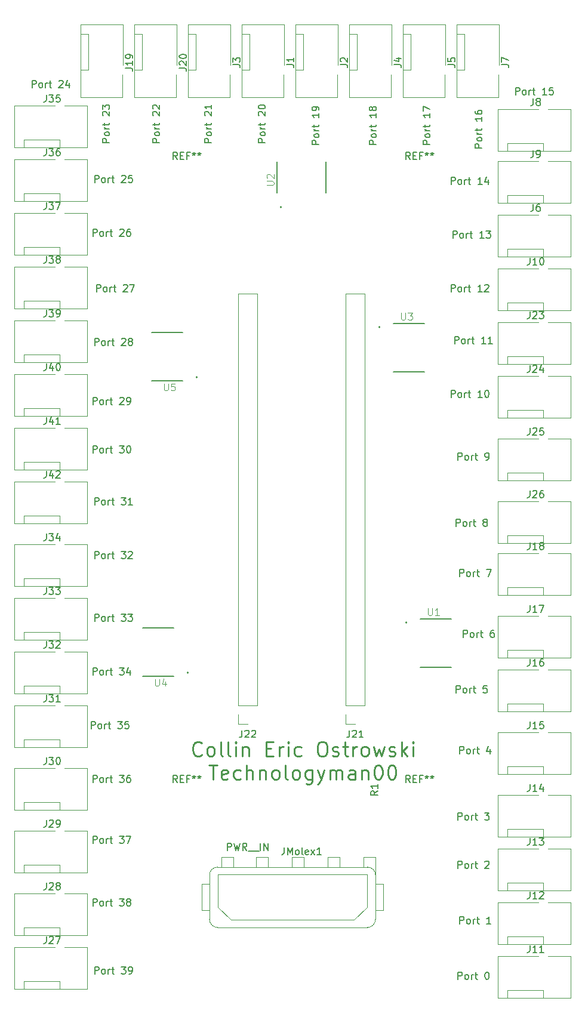
<source format=gbr>
%TF.GenerationSoftware,KiCad,Pcbnew,(5.1.8)-1*%
%TF.CreationDate,2021-02-28T20:57:03-06:00*%
%TF.ProjectId,CircuitBoard,43697263-7569-4744-926f-6172642e6b69,rev?*%
%TF.SameCoordinates,Original*%
%TF.FileFunction,Legend,Top*%
%TF.FilePolarity,Positive*%
%FSLAX46Y46*%
G04 Gerber Fmt 4.6, Leading zero omitted, Abs format (unit mm)*
G04 Created by KiCad (PCBNEW (5.1.8)-1) date 2021-02-28 20:57:03*
%MOMM*%
%LPD*%
G01*
G04 APERTURE LIST*
%ADD10C,0.254000*%
%ADD11C,0.150000*%
%ADD12C,0.200000*%
%ADD13C,0.127000*%
%ADD14C,0.120000*%
%ADD15C,0.015000*%
G04 APERTURE END LIST*
D10*
X112836476Y-149188714D02*
X112739714Y-149285476D01*
X112449428Y-149382238D01*
X112255904Y-149382238D01*
X111965619Y-149285476D01*
X111772095Y-149091952D01*
X111675333Y-148898428D01*
X111578571Y-148511380D01*
X111578571Y-148221095D01*
X111675333Y-147834047D01*
X111772095Y-147640523D01*
X111965619Y-147447000D01*
X112255904Y-147350238D01*
X112449428Y-147350238D01*
X112739714Y-147447000D01*
X112836476Y-147543761D01*
X113997619Y-149382238D02*
X113804095Y-149285476D01*
X113707333Y-149188714D01*
X113610571Y-148995190D01*
X113610571Y-148414619D01*
X113707333Y-148221095D01*
X113804095Y-148124333D01*
X113997619Y-148027571D01*
X114287904Y-148027571D01*
X114481428Y-148124333D01*
X114578190Y-148221095D01*
X114674952Y-148414619D01*
X114674952Y-148995190D01*
X114578190Y-149188714D01*
X114481428Y-149285476D01*
X114287904Y-149382238D01*
X113997619Y-149382238D01*
X115836095Y-149382238D02*
X115642571Y-149285476D01*
X115545809Y-149091952D01*
X115545809Y-147350238D01*
X116900476Y-149382238D02*
X116706952Y-149285476D01*
X116610190Y-149091952D01*
X116610190Y-147350238D01*
X117674571Y-149382238D02*
X117674571Y-148027571D01*
X117674571Y-147350238D02*
X117577809Y-147447000D01*
X117674571Y-147543761D01*
X117771333Y-147447000D01*
X117674571Y-147350238D01*
X117674571Y-147543761D01*
X118642190Y-148027571D02*
X118642190Y-149382238D01*
X118642190Y-148221095D02*
X118738952Y-148124333D01*
X118932476Y-148027571D01*
X119222761Y-148027571D01*
X119416285Y-148124333D01*
X119513047Y-148317857D01*
X119513047Y-149382238D01*
X122028857Y-148317857D02*
X122706190Y-148317857D01*
X122996476Y-149382238D02*
X122028857Y-149382238D01*
X122028857Y-147350238D01*
X122996476Y-147350238D01*
X123867333Y-149382238D02*
X123867333Y-148027571D01*
X123867333Y-148414619D02*
X123964095Y-148221095D01*
X124060857Y-148124333D01*
X124254380Y-148027571D01*
X124447904Y-148027571D01*
X125125238Y-149382238D02*
X125125238Y-148027571D01*
X125125238Y-147350238D02*
X125028476Y-147447000D01*
X125125238Y-147543761D01*
X125222000Y-147447000D01*
X125125238Y-147350238D01*
X125125238Y-147543761D01*
X126963714Y-149285476D02*
X126770190Y-149382238D01*
X126383142Y-149382238D01*
X126189619Y-149285476D01*
X126092857Y-149188714D01*
X125996095Y-148995190D01*
X125996095Y-148414619D01*
X126092857Y-148221095D01*
X126189619Y-148124333D01*
X126383142Y-148027571D01*
X126770190Y-148027571D01*
X126963714Y-148124333D01*
X129769809Y-147350238D02*
X130156857Y-147350238D01*
X130350380Y-147447000D01*
X130543904Y-147640523D01*
X130640666Y-148027571D01*
X130640666Y-148704904D01*
X130543904Y-149091952D01*
X130350380Y-149285476D01*
X130156857Y-149382238D01*
X129769809Y-149382238D01*
X129576285Y-149285476D01*
X129382761Y-149091952D01*
X129286000Y-148704904D01*
X129286000Y-148027571D01*
X129382761Y-147640523D01*
X129576285Y-147447000D01*
X129769809Y-147350238D01*
X131414761Y-149285476D02*
X131608285Y-149382238D01*
X131995333Y-149382238D01*
X132188857Y-149285476D01*
X132285619Y-149091952D01*
X132285619Y-148995190D01*
X132188857Y-148801666D01*
X131995333Y-148704904D01*
X131705047Y-148704904D01*
X131511523Y-148608142D01*
X131414761Y-148414619D01*
X131414761Y-148317857D01*
X131511523Y-148124333D01*
X131705047Y-148027571D01*
X131995333Y-148027571D01*
X132188857Y-148124333D01*
X132866190Y-148027571D02*
X133640285Y-148027571D01*
X133156476Y-147350238D02*
X133156476Y-149091952D01*
X133253238Y-149285476D01*
X133446761Y-149382238D01*
X133640285Y-149382238D01*
X134317619Y-149382238D02*
X134317619Y-148027571D01*
X134317619Y-148414619D02*
X134414380Y-148221095D01*
X134511142Y-148124333D01*
X134704666Y-148027571D01*
X134898190Y-148027571D01*
X135865809Y-149382238D02*
X135672285Y-149285476D01*
X135575523Y-149188714D01*
X135478761Y-148995190D01*
X135478761Y-148414619D01*
X135575523Y-148221095D01*
X135672285Y-148124333D01*
X135865809Y-148027571D01*
X136156095Y-148027571D01*
X136349619Y-148124333D01*
X136446380Y-148221095D01*
X136543142Y-148414619D01*
X136543142Y-148995190D01*
X136446380Y-149188714D01*
X136349619Y-149285476D01*
X136156095Y-149382238D01*
X135865809Y-149382238D01*
X137220476Y-148027571D02*
X137607523Y-149382238D01*
X137994571Y-148414619D01*
X138381619Y-149382238D01*
X138768666Y-148027571D01*
X139446000Y-149285476D02*
X139639523Y-149382238D01*
X140026571Y-149382238D01*
X140220095Y-149285476D01*
X140316857Y-149091952D01*
X140316857Y-148995190D01*
X140220095Y-148801666D01*
X140026571Y-148704904D01*
X139736285Y-148704904D01*
X139542761Y-148608142D01*
X139446000Y-148414619D01*
X139446000Y-148317857D01*
X139542761Y-148124333D01*
X139736285Y-148027571D01*
X140026571Y-148027571D01*
X140220095Y-148124333D01*
X141187714Y-149382238D02*
X141187714Y-147350238D01*
X141381238Y-148608142D02*
X141961809Y-149382238D01*
X141961809Y-148027571D02*
X141187714Y-148801666D01*
X142832666Y-149382238D02*
X142832666Y-148027571D01*
X142832666Y-147350238D02*
X142735904Y-147447000D01*
X142832666Y-147543761D01*
X142929428Y-147447000D01*
X142832666Y-147350238D01*
X142832666Y-147543761D01*
X113900857Y-150652238D02*
X115062000Y-150652238D01*
X114481428Y-152684238D02*
X114481428Y-150652238D01*
X116513428Y-152587476D02*
X116319904Y-152684238D01*
X115932857Y-152684238D01*
X115739333Y-152587476D01*
X115642571Y-152393952D01*
X115642571Y-151619857D01*
X115739333Y-151426333D01*
X115932857Y-151329571D01*
X116319904Y-151329571D01*
X116513428Y-151426333D01*
X116610190Y-151619857D01*
X116610190Y-151813380D01*
X115642571Y-152006904D01*
X118351904Y-152587476D02*
X118158380Y-152684238D01*
X117771333Y-152684238D01*
X117577809Y-152587476D01*
X117481047Y-152490714D01*
X117384285Y-152297190D01*
X117384285Y-151716619D01*
X117481047Y-151523095D01*
X117577809Y-151426333D01*
X117771333Y-151329571D01*
X118158380Y-151329571D01*
X118351904Y-151426333D01*
X119222761Y-152684238D02*
X119222761Y-150652238D01*
X120093619Y-152684238D02*
X120093619Y-151619857D01*
X119996857Y-151426333D01*
X119803333Y-151329571D01*
X119513047Y-151329571D01*
X119319523Y-151426333D01*
X119222761Y-151523095D01*
X121061238Y-151329571D02*
X121061238Y-152684238D01*
X121061238Y-151523095D02*
X121158000Y-151426333D01*
X121351523Y-151329571D01*
X121641809Y-151329571D01*
X121835333Y-151426333D01*
X121932095Y-151619857D01*
X121932095Y-152684238D01*
X123190000Y-152684238D02*
X122996476Y-152587476D01*
X122899714Y-152490714D01*
X122802952Y-152297190D01*
X122802952Y-151716619D01*
X122899714Y-151523095D01*
X122996476Y-151426333D01*
X123190000Y-151329571D01*
X123480285Y-151329571D01*
X123673809Y-151426333D01*
X123770571Y-151523095D01*
X123867333Y-151716619D01*
X123867333Y-152297190D01*
X123770571Y-152490714D01*
X123673809Y-152587476D01*
X123480285Y-152684238D01*
X123190000Y-152684238D01*
X125028476Y-152684238D02*
X124834952Y-152587476D01*
X124738190Y-152393952D01*
X124738190Y-150652238D01*
X126092857Y-152684238D02*
X125899333Y-152587476D01*
X125802571Y-152490714D01*
X125705809Y-152297190D01*
X125705809Y-151716619D01*
X125802571Y-151523095D01*
X125899333Y-151426333D01*
X126092857Y-151329571D01*
X126383142Y-151329571D01*
X126576666Y-151426333D01*
X126673428Y-151523095D01*
X126770190Y-151716619D01*
X126770190Y-152297190D01*
X126673428Y-152490714D01*
X126576666Y-152587476D01*
X126383142Y-152684238D01*
X126092857Y-152684238D01*
X128511904Y-151329571D02*
X128511904Y-152974523D01*
X128415142Y-153168047D01*
X128318380Y-153264809D01*
X128124857Y-153361571D01*
X127834571Y-153361571D01*
X127641047Y-153264809D01*
X128511904Y-152587476D02*
X128318380Y-152684238D01*
X127931333Y-152684238D01*
X127737809Y-152587476D01*
X127641047Y-152490714D01*
X127544285Y-152297190D01*
X127544285Y-151716619D01*
X127641047Y-151523095D01*
X127737809Y-151426333D01*
X127931333Y-151329571D01*
X128318380Y-151329571D01*
X128511904Y-151426333D01*
X129286000Y-151329571D02*
X129769809Y-152684238D01*
X130253619Y-151329571D02*
X129769809Y-152684238D01*
X129576285Y-153168047D01*
X129479523Y-153264809D01*
X129286000Y-153361571D01*
X131027714Y-152684238D02*
X131027714Y-151329571D01*
X131027714Y-151523095D02*
X131124476Y-151426333D01*
X131318000Y-151329571D01*
X131608285Y-151329571D01*
X131801809Y-151426333D01*
X131898571Y-151619857D01*
X131898571Y-152684238D01*
X131898571Y-151619857D02*
X131995333Y-151426333D01*
X132188857Y-151329571D01*
X132479142Y-151329571D01*
X132672666Y-151426333D01*
X132769428Y-151619857D01*
X132769428Y-152684238D01*
X134607904Y-152684238D02*
X134607904Y-151619857D01*
X134511142Y-151426333D01*
X134317619Y-151329571D01*
X133930571Y-151329571D01*
X133737047Y-151426333D01*
X134607904Y-152587476D02*
X134414380Y-152684238D01*
X133930571Y-152684238D01*
X133737047Y-152587476D01*
X133640285Y-152393952D01*
X133640285Y-152200428D01*
X133737047Y-152006904D01*
X133930571Y-151910142D01*
X134414380Y-151910142D01*
X134607904Y-151813380D01*
X135575523Y-151329571D02*
X135575523Y-152684238D01*
X135575523Y-151523095D02*
X135672285Y-151426333D01*
X135865809Y-151329571D01*
X136156095Y-151329571D01*
X136349619Y-151426333D01*
X136446380Y-151619857D01*
X136446380Y-152684238D01*
X137801047Y-150652238D02*
X137994571Y-150652238D01*
X138188095Y-150749000D01*
X138284857Y-150845761D01*
X138381619Y-151039285D01*
X138478380Y-151426333D01*
X138478380Y-151910142D01*
X138381619Y-152297190D01*
X138284857Y-152490714D01*
X138188095Y-152587476D01*
X137994571Y-152684238D01*
X137801047Y-152684238D01*
X137607523Y-152587476D01*
X137510761Y-152490714D01*
X137414000Y-152297190D01*
X137317238Y-151910142D01*
X137317238Y-151426333D01*
X137414000Y-151039285D01*
X137510761Y-150845761D01*
X137607523Y-150749000D01*
X137801047Y-150652238D01*
X139736285Y-150652238D02*
X139929809Y-150652238D01*
X140123333Y-150749000D01*
X140220095Y-150845761D01*
X140316857Y-151039285D01*
X140413619Y-151426333D01*
X140413619Y-151910142D01*
X140316857Y-152297190D01*
X140220095Y-152490714D01*
X140123333Y-152587476D01*
X139929809Y-152684238D01*
X139736285Y-152684238D01*
X139542761Y-152587476D01*
X139446000Y-152490714D01*
X139349238Y-152297190D01*
X139252476Y-151910142D01*
X139252476Y-151426333D01*
X139349238Y-151039285D01*
X139446000Y-150845761D01*
X139542761Y-150749000D01*
X139736285Y-150652238D01*
D11*
X129484380Y-62586857D02*
X128484380Y-62586857D01*
X128484380Y-62205904D01*
X128532000Y-62110666D01*
X128579619Y-62063047D01*
X128674857Y-62015428D01*
X128817714Y-62015428D01*
X128912952Y-62063047D01*
X128960571Y-62110666D01*
X129008190Y-62205904D01*
X129008190Y-62586857D01*
X129484380Y-61444000D02*
X129436761Y-61539238D01*
X129389142Y-61586857D01*
X129293904Y-61634476D01*
X129008190Y-61634476D01*
X128912952Y-61586857D01*
X128865333Y-61539238D01*
X128817714Y-61444000D01*
X128817714Y-61301142D01*
X128865333Y-61205904D01*
X128912952Y-61158285D01*
X129008190Y-61110666D01*
X129293904Y-61110666D01*
X129389142Y-61158285D01*
X129436761Y-61205904D01*
X129484380Y-61301142D01*
X129484380Y-61444000D01*
X129484380Y-60682095D02*
X128817714Y-60682095D01*
X129008190Y-60682095D02*
X128912952Y-60634476D01*
X128865333Y-60586857D01*
X128817714Y-60491619D01*
X128817714Y-60396380D01*
X128817714Y-60205904D02*
X128817714Y-59824952D01*
X128484380Y-60063047D02*
X129341523Y-60063047D01*
X129436761Y-60015428D01*
X129484380Y-59920190D01*
X129484380Y-59824952D01*
X129484380Y-58205904D02*
X129484380Y-58777333D01*
X129484380Y-58491619D02*
X128484380Y-58491619D01*
X128627238Y-58586857D01*
X128722476Y-58682095D01*
X128770095Y-58777333D01*
X129484380Y-57729714D02*
X129484380Y-57539238D01*
X129436761Y-57444000D01*
X129389142Y-57396380D01*
X129246285Y-57301142D01*
X129055809Y-57253523D01*
X128674857Y-57253523D01*
X128579619Y-57301142D01*
X128532000Y-57348761D01*
X128484380Y-57444000D01*
X128484380Y-57634476D01*
X128532000Y-57729714D01*
X128579619Y-57777333D01*
X128674857Y-57824952D01*
X128912952Y-57824952D01*
X129008190Y-57777333D01*
X129055809Y-57729714D01*
X129103428Y-57634476D01*
X129103428Y-57444000D01*
X129055809Y-57348761D01*
X129008190Y-57301142D01*
X128912952Y-57253523D01*
X97687142Y-180284380D02*
X97687142Y-179284380D01*
X98068095Y-179284380D01*
X98163333Y-179332000D01*
X98210952Y-179379619D01*
X98258571Y-179474857D01*
X98258571Y-179617714D01*
X98210952Y-179712952D01*
X98163333Y-179760571D01*
X98068095Y-179808190D01*
X97687142Y-179808190D01*
X98830000Y-180284380D02*
X98734761Y-180236761D01*
X98687142Y-180189142D01*
X98639523Y-180093904D01*
X98639523Y-179808190D01*
X98687142Y-179712952D01*
X98734761Y-179665333D01*
X98830000Y-179617714D01*
X98972857Y-179617714D01*
X99068095Y-179665333D01*
X99115714Y-179712952D01*
X99163333Y-179808190D01*
X99163333Y-180093904D01*
X99115714Y-180189142D01*
X99068095Y-180236761D01*
X98972857Y-180284380D01*
X98830000Y-180284380D01*
X99591904Y-180284380D02*
X99591904Y-179617714D01*
X99591904Y-179808190D02*
X99639523Y-179712952D01*
X99687142Y-179665333D01*
X99782380Y-179617714D01*
X99877619Y-179617714D01*
X100068095Y-179617714D02*
X100449047Y-179617714D01*
X100210952Y-179284380D02*
X100210952Y-180141523D01*
X100258571Y-180236761D01*
X100353809Y-180284380D01*
X100449047Y-180284380D01*
X101449047Y-179284380D02*
X102068095Y-179284380D01*
X101734761Y-179665333D01*
X101877619Y-179665333D01*
X101972857Y-179712952D01*
X102020476Y-179760571D01*
X102068095Y-179855809D01*
X102068095Y-180093904D01*
X102020476Y-180189142D01*
X101972857Y-180236761D01*
X101877619Y-180284380D01*
X101591904Y-180284380D01*
X101496666Y-180236761D01*
X101449047Y-180189142D01*
X102544285Y-180284380D02*
X102734761Y-180284380D01*
X102830000Y-180236761D01*
X102877619Y-180189142D01*
X102972857Y-180046285D01*
X103020476Y-179855809D01*
X103020476Y-179474857D01*
X102972857Y-179379619D01*
X102925238Y-179332000D01*
X102830000Y-179284380D01*
X102639523Y-179284380D01*
X102544285Y-179332000D01*
X102496666Y-179379619D01*
X102449047Y-179474857D01*
X102449047Y-179712952D01*
X102496666Y-179808190D01*
X102544285Y-179855809D01*
X102639523Y-179903428D01*
X102830000Y-179903428D01*
X102925238Y-179855809D01*
X102972857Y-179808190D01*
X103020476Y-179712952D01*
X97433142Y-170632380D02*
X97433142Y-169632380D01*
X97814095Y-169632380D01*
X97909333Y-169680000D01*
X97956952Y-169727619D01*
X98004571Y-169822857D01*
X98004571Y-169965714D01*
X97956952Y-170060952D01*
X97909333Y-170108571D01*
X97814095Y-170156190D01*
X97433142Y-170156190D01*
X98576000Y-170632380D02*
X98480761Y-170584761D01*
X98433142Y-170537142D01*
X98385523Y-170441904D01*
X98385523Y-170156190D01*
X98433142Y-170060952D01*
X98480761Y-170013333D01*
X98576000Y-169965714D01*
X98718857Y-169965714D01*
X98814095Y-170013333D01*
X98861714Y-170060952D01*
X98909333Y-170156190D01*
X98909333Y-170441904D01*
X98861714Y-170537142D01*
X98814095Y-170584761D01*
X98718857Y-170632380D01*
X98576000Y-170632380D01*
X99337904Y-170632380D02*
X99337904Y-169965714D01*
X99337904Y-170156190D02*
X99385523Y-170060952D01*
X99433142Y-170013333D01*
X99528380Y-169965714D01*
X99623619Y-169965714D01*
X99814095Y-169965714D02*
X100195047Y-169965714D01*
X99956952Y-169632380D02*
X99956952Y-170489523D01*
X100004571Y-170584761D01*
X100099809Y-170632380D01*
X100195047Y-170632380D01*
X101195047Y-169632380D02*
X101814095Y-169632380D01*
X101480761Y-170013333D01*
X101623619Y-170013333D01*
X101718857Y-170060952D01*
X101766476Y-170108571D01*
X101814095Y-170203809D01*
X101814095Y-170441904D01*
X101766476Y-170537142D01*
X101718857Y-170584761D01*
X101623619Y-170632380D01*
X101337904Y-170632380D01*
X101242666Y-170584761D01*
X101195047Y-170537142D01*
X102385523Y-170060952D02*
X102290285Y-170013333D01*
X102242666Y-169965714D01*
X102195047Y-169870476D01*
X102195047Y-169822857D01*
X102242666Y-169727619D01*
X102290285Y-169680000D01*
X102385523Y-169632380D01*
X102576000Y-169632380D01*
X102671238Y-169680000D01*
X102718857Y-169727619D01*
X102766476Y-169822857D01*
X102766476Y-169870476D01*
X102718857Y-169965714D01*
X102671238Y-170013333D01*
X102576000Y-170060952D01*
X102385523Y-170060952D01*
X102290285Y-170108571D01*
X102242666Y-170156190D01*
X102195047Y-170251428D01*
X102195047Y-170441904D01*
X102242666Y-170537142D01*
X102290285Y-170584761D01*
X102385523Y-170632380D01*
X102576000Y-170632380D01*
X102671238Y-170584761D01*
X102718857Y-170537142D01*
X102766476Y-170441904D01*
X102766476Y-170251428D01*
X102718857Y-170156190D01*
X102671238Y-170108571D01*
X102576000Y-170060952D01*
X97433142Y-161742380D02*
X97433142Y-160742380D01*
X97814095Y-160742380D01*
X97909333Y-160790000D01*
X97956952Y-160837619D01*
X98004571Y-160932857D01*
X98004571Y-161075714D01*
X97956952Y-161170952D01*
X97909333Y-161218571D01*
X97814095Y-161266190D01*
X97433142Y-161266190D01*
X98576000Y-161742380D02*
X98480761Y-161694761D01*
X98433142Y-161647142D01*
X98385523Y-161551904D01*
X98385523Y-161266190D01*
X98433142Y-161170952D01*
X98480761Y-161123333D01*
X98576000Y-161075714D01*
X98718857Y-161075714D01*
X98814095Y-161123333D01*
X98861714Y-161170952D01*
X98909333Y-161266190D01*
X98909333Y-161551904D01*
X98861714Y-161647142D01*
X98814095Y-161694761D01*
X98718857Y-161742380D01*
X98576000Y-161742380D01*
X99337904Y-161742380D02*
X99337904Y-161075714D01*
X99337904Y-161266190D02*
X99385523Y-161170952D01*
X99433142Y-161123333D01*
X99528380Y-161075714D01*
X99623619Y-161075714D01*
X99814095Y-161075714D02*
X100195047Y-161075714D01*
X99956952Y-160742380D02*
X99956952Y-161599523D01*
X100004571Y-161694761D01*
X100099809Y-161742380D01*
X100195047Y-161742380D01*
X101195047Y-160742380D02*
X101814095Y-160742380D01*
X101480761Y-161123333D01*
X101623619Y-161123333D01*
X101718857Y-161170952D01*
X101766476Y-161218571D01*
X101814095Y-161313809D01*
X101814095Y-161551904D01*
X101766476Y-161647142D01*
X101718857Y-161694761D01*
X101623619Y-161742380D01*
X101337904Y-161742380D01*
X101242666Y-161694761D01*
X101195047Y-161647142D01*
X102147428Y-160742380D02*
X102814095Y-160742380D01*
X102385523Y-161742380D01*
X97433142Y-153106380D02*
X97433142Y-152106380D01*
X97814095Y-152106380D01*
X97909333Y-152154000D01*
X97956952Y-152201619D01*
X98004571Y-152296857D01*
X98004571Y-152439714D01*
X97956952Y-152534952D01*
X97909333Y-152582571D01*
X97814095Y-152630190D01*
X97433142Y-152630190D01*
X98576000Y-153106380D02*
X98480761Y-153058761D01*
X98433142Y-153011142D01*
X98385523Y-152915904D01*
X98385523Y-152630190D01*
X98433142Y-152534952D01*
X98480761Y-152487333D01*
X98576000Y-152439714D01*
X98718857Y-152439714D01*
X98814095Y-152487333D01*
X98861714Y-152534952D01*
X98909333Y-152630190D01*
X98909333Y-152915904D01*
X98861714Y-153011142D01*
X98814095Y-153058761D01*
X98718857Y-153106380D01*
X98576000Y-153106380D01*
X99337904Y-153106380D02*
X99337904Y-152439714D01*
X99337904Y-152630190D02*
X99385523Y-152534952D01*
X99433142Y-152487333D01*
X99528380Y-152439714D01*
X99623619Y-152439714D01*
X99814095Y-152439714D02*
X100195047Y-152439714D01*
X99956952Y-152106380D02*
X99956952Y-152963523D01*
X100004571Y-153058761D01*
X100099809Y-153106380D01*
X100195047Y-153106380D01*
X101195047Y-152106380D02*
X101814095Y-152106380D01*
X101480761Y-152487333D01*
X101623619Y-152487333D01*
X101718857Y-152534952D01*
X101766476Y-152582571D01*
X101814095Y-152677809D01*
X101814095Y-152915904D01*
X101766476Y-153011142D01*
X101718857Y-153058761D01*
X101623619Y-153106380D01*
X101337904Y-153106380D01*
X101242666Y-153058761D01*
X101195047Y-153011142D01*
X102671238Y-152106380D02*
X102480761Y-152106380D01*
X102385523Y-152154000D01*
X102337904Y-152201619D01*
X102242666Y-152344476D01*
X102195047Y-152534952D01*
X102195047Y-152915904D01*
X102242666Y-153011142D01*
X102290285Y-153058761D01*
X102385523Y-153106380D01*
X102576000Y-153106380D01*
X102671238Y-153058761D01*
X102718857Y-153011142D01*
X102766476Y-152915904D01*
X102766476Y-152677809D01*
X102718857Y-152582571D01*
X102671238Y-152534952D01*
X102576000Y-152487333D01*
X102385523Y-152487333D01*
X102290285Y-152534952D01*
X102242666Y-152582571D01*
X102195047Y-152677809D01*
X97179142Y-145486380D02*
X97179142Y-144486380D01*
X97560095Y-144486380D01*
X97655333Y-144534000D01*
X97702952Y-144581619D01*
X97750571Y-144676857D01*
X97750571Y-144819714D01*
X97702952Y-144914952D01*
X97655333Y-144962571D01*
X97560095Y-145010190D01*
X97179142Y-145010190D01*
X98322000Y-145486380D02*
X98226761Y-145438761D01*
X98179142Y-145391142D01*
X98131523Y-145295904D01*
X98131523Y-145010190D01*
X98179142Y-144914952D01*
X98226761Y-144867333D01*
X98322000Y-144819714D01*
X98464857Y-144819714D01*
X98560095Y-144867333D01*
X98607714Y-144914952D01*
X98655333Y-145010190D01*
X98655333Y-145295904D01*
X98607714Y-145391142D01*
X98560095Y-145438761D01*
X98464857Y-145486380D01*
X98322000Y-145486380D01*
X99083904Y-145486380D02*
X99083904Y-144819714D01*
X99083904Y-145010190D02*
X99131523Y-144914952D01*
X99179142Y-144867333D01*
X99274380Y-144819714D01*
X99369619Y-144819714D01*
X99560095Y-144819714D02*
X99941047Y-144819714D01*
X99702952Y-144486380D02*
X99702952Y-145343523D01*
X99750571Y-145438761D01*
X99845809Y-145486380D01*
X99941047Y-145486380D01*
X100941047Y-144486380D02*
X101560095Y-144486380D01*
X101226761Y-144867333D01*
X101369619Y-144867333D01*
X101464857Y-144914952D01*
X101512476Y-144962571D01*
X101560095Y-145057809D01*
X101560095Y-145295904D01*
X101512476Y-145391142D01*
X101464857Y-145438761D01*
X101369619Y-145486380D01*
X101083904Y-145486380D01*
X100988666Y-145438761D01*
X100941047Y-145391142D01*
X102464857Y-144486380D02*
X101988666Y-144486380D01*
X101941047Y-144962571D01*
X101988666Y-144914952D01*
X102083904Y-144867333D01*
X102322000Y-144867333D01*
X102417238Y-144914952D01*
X102464857Y-144962571D01*
X102512476Y-145057809D01*
X102512476Y-145295904D01*
X102464857Y-145391142D01*
X102417238Y-145438761D01*
X102322000Y-145486380D01*
X102083904Y-145486380D01*
X101988666Y-145438761D01*
X101941047Y-145391142D01*
X97433142Y-137866380D02*
X97433142Y-136866380D01*
X97814095Y-136866380D01*
X97909333Y-136914000D01*
X97956952Y-136961619D01*
X98004571Y-137056857D01*
X98004571Y-137199714D01*
X97956952Y-137294952D01*
X97909333Y-137342571D01*
X97814095Y-137390190D01*
X97433142Y-137390190D01*
X98576000Y-137866380D02*
X98480761Y-137818761D01*
X98433142Y-137771142D01*
X98385523Y-137675904D01*
X98385523Y-137390190D01*
X98433142Y-137294952D01*
X98480761Y-137247333D01*
X98576000Y-137199714D01*
X98718857Y-137199714D01*
X98814095Y-137247333D01*
X98861714Y-137294952D01*
X98909333Y-137390190D01*
X98909333Y-137675904D01*
X98861714Y-137771142D01*
X98814095Y-137818761D01*
X98718857Y-137866380D01*
X98576000Y-137866380D01*
X99337904Y-137866380D02*
X99337904Y-137199714D01*
X99337904Y-137390190D02*
X99385523Y-137294952D01*
X99433142Y-137247333D01*
X99528380Y-137199714D01*
X99623619Y-137199714D01*
X99814095Y-137199714D02*
X100195047Y-137199714D01*
X99956952Y-136866380D02*
X99956952Y-137723523D01*
X100004571Y-137818761D01*
X100099809Y-137866380D01*
X100195047Y-137866380D01*
X101195047Y-136866380D02*
X101814095Y-136866380D01*
X101480761Y-137247333D01*
X101623619Y-137247333D01*
X101718857Y-137294952D01*
X101766476Y-137342571D01*
X101814095Y-137437809D01*
X101814095Y-137675904D01*
X101766476Y-137771142D01*
X101718857Y-137818761D01*
X101623619Y-137866380D01*
X101337904Y-137866380D01*
X101242666Y-137818761D01*
X101195047Y-137771142D01*
X102671238Y-137199714D02*
X102671238Y-137866380D01*
X102433142Y-136818761D02*
X102195047Y-137533047D01*
X102814095Y-137533047D01*
X97687142Y-130246380D02*
X97687142Y-129246380D01*
X98068095Y-129246380D01*
X98163333Y-129294000D01*
X98210952Y-129341619D01*
X98258571Y-129436857D01*
X98258571Y-129579714D01*
X98210952Y-129674952D01*
X98163333Y-129722571D01*
X98068095Y-129770190D01*
X97687142Y-129770190D01*
X98830000Y-130246380D02*
X98734761Y-130198761D01*
X98687142Y-130151142D01*
X98639523Y-130055904D01*
X98639523Y-129770190D01*
X98687142Y-129674952D01*
X98734761Y-129627333D01*
X98830000Y-129579714D01*
X98972857Y-129579714D01*
X99068095Y-129627333D01*
X99115714Y-129674952D01*
X99163333Y-129770190D01*
X99163333Y-130055904D01*
X99115714Y-130151142D01*
X99068095Y-130198761D01*
X98972857Y-130246380D01*
X98830000Y-130246380D01*
X99591904Y-130246380D02*
X99591904Y-129579714D01*
X99591904Y-129770190D02*
X99639523Y-129674952D01*
X99687142Y-129627333D01*
X99782380Y-129579714D01*
X99877619Y-129579714D01*
X100068095Y-129579714D02*
X100449047Y-129579714D01*
X100210952Y-129246380D02*
X100210952Y-130103523D01*
X100258571Y-130198761D01*
X100353809Y-130246380D01*
X100449047Y-130246380D01*
X101449047Y-129246380D02*
X102068095Y-129246380D01*
X101734761Y-129627333D01*
X101877619Y-129627333D01*
X101972857Y-129674952D01*
X102020476Y-129722571D01*
X102068095Y-129817809D01*
X102068095Y-130055904D01*
X102020476Y-130151142D01*
X101972857Y-130198761D01*
X101877619Y-130246380D01*
X101591904Y-130246380D01*
X101496666Y-130198761D01*
X101449047Y-130151142D01*
X102401428Y-129246380D02*
X103020476Y-129246380D01*
X102687142Y-129627333D01*
X102830000Y-129627333D01*
X102925238Y-129674952D01*
X102972857Y-129722571D01*
X103020476Y-129817809D01*
X103020476Y-130055904D01*
X102972857Y-130151142D01*
X102925238Y-130198761D01*
X102830000Y-130246380D01*
X102544285Y-130246380D01*
X102449047Y-130198761D01*
X102401428Y-130151142D01*
X97687142Y-121356380D02*
X97687142Y-120356380D01*
X98068095Y-120356380D01*
X98163333Y-120404000D01*
X98210952Y-120451619D01*
X98258571Y-120546857D01*
X98258571Y-120689714D01*
X98210952Y-120784952D01*
X98163333Y-120832571D01*
X98068095Y-120880190D01*
X97687142Y-120880190D01*
X98830000Y-121356380D02*
X98734761Y-121308761D01*
X98687142Y-121261142D01*
X98639523Y-121165904D01*
X98639523Y-120880190D01*
X98687142Y-120784952D01*
X98734761Y-120737333D01*
X98830000Y-120689714D01*
X98972857Y-120689714D01*
X99068095Y-120737333D01*
X99115714Y-120784952D01*
X99163333Y-120880190D01*
X99163333Y-121165904D01*
X99115714Y-121261142D01*
X99068095Y-121308761D01*
X98972857Y-121356380D01*
X98830000Y-121356380D01*
X99591904Y-121356380D02*
X99591904Y-120689714D01*
X99591904Y-120880190D02*
X99639523Y-120784952D01*
X99687142Y-120737333D01*
X99782380Y-120689714D01*
X99877619Y-120689714D01*
X100068095Y-120689714D02*
X100449047Y-120689714D01*
X100210952Y-120356380D02*
X100210952Y-121213523D01*
X100258571Y-121308761D01*
X100353809Y-121356380D01*
X100449047Y-121356380D01*
X101449047Y-120356380D02*
X102068095Y-120356380D01*
X101734761Y-120737333D01*
X101877619Y-120737333D01*
X101972857Y-120784952D01*
X102020476Y-120832571D01*
X102068095Y-120927809D01*
X102068095Y-121165904D01*
X102020476Y-121261142D01*
X101972857Y-121308761D01*
X101877619Y-121356380D01*
X101591904Y-121356380D01*
X101496666Y-121308761D01*
X101449047Y-121261142D01*
X102449047Y-120451619D02*
X102496666Y-120404000D01*
X102591904Y-120356380D01*
X102830000Y-120356380D01*
X102925238Y-120404000D01*
X102972857Y-120451619D01*
X103020476Y-120546857D01*
X103020476Y-120642095D01*
X102972857Y-120784952D01*
X102401428Y-121356380D01*
X103020476Y-121356380D01*
X97687142Y-113736380D02*
X97687142Y-112736380D01*
X98068095Y-112736380D01*
X98163333Y-112784000D01*
X98210952Y-112831619D01*
X98258571Y-112926857D01*
X98258571Y-113069714D01*
X98210952Y-113164952D01*
X98163333Y-113212571D01*
X98068095Y-113260190D01*
X97687142Y-113260190D01*
X98830000Y-113736380D02*
X98734761Y-113688761D01*
X98687142Y-113641142D01*
X98639523Y-113545904D01*
X98639523Y-113260190D01*
X98687142Y-113164952D01*
X98734761Y-113117333D01*
X98830000Y-113069714D01*
X98972857Y-113069714D01*
X99068095Y-113117333D01*
X99115714Y-113164952D01*
X99163333Y-113260190D01*
X99163333Y-113545904D01*
X99115714Y-113641142D01*
X99068095Y-113688761D01*
X98972857Y-113736380D01*
X98830000Y-113736380D01*
X99591904Y-113736380D02*
X99591904Y-113069714D01*
X99591904Y-113260190D02*
X99639523Y-113164952D01*
X99687142Y-113117333D01*
X99782380Y-113069714D01*
X99877619Y-113069714D01*
X100068095Y-113069714D02*
X100449047Y-113069714D01*
X100210952Y-112736380D02*
X100210952Y-113593523D01*
X100258571Y-113688761D01*
X100353809Y-113736380D01*
X100449047Y-113736380D01*
X101449047Y-112736380D02*
X102068095Y-112736380D01*
X101734761Y-113117333D01*
X101877619Y-113117333D01*
X101972857Y-113164952D01*
X102020476Y-113212571D01*
X102068095Y-113307809D01*
X102068095Y-113545904D01*
X102020476Y-113641142D01*
X101972857Y-113688761D01*
X101877619Y-113736380D01*
X101591904Y-113736380D01*
X101496666Y-113688761D01*
X101449047Y-113641142D01*
X103020476Y-113736380D02*
X102449047Y-113736380D01*
X102734761Y-113736380D02*
X102734761Y-112736380D01*
X102639523Y-112879238D01*
X102544285Y-112974476D01*
X102449047Y-113022095D01*
X97433142Y-106370380D02*
X97433142Y-105370380D01*
X97814095Y-105370380D01*
X97909333Y-105418000D01*
X97956952Y-105465619D01*
X98004571Y-105560857D01*
X98004571Y-105703714D01*
X97956952Y-105798952D01*
X97909333Y-105846571D01*
X97814095Y-105894190D01*
X97433142Y-105894190D01*
X98576000Y-106370380D02*
X98480761Y-106322761D01*
X98433142Y-106275142D01*
X98385523Y-106179904D01*
X98385523Y-105894190D01*
X98433142Y-105798952D01*
X98480761Y-105751333D01*
X98576000Y-105703714D01*
X98718857Y-105703714D01*
X98814095Y-105751333D01*
X98861714Y-105798952D01*
X98909333Y-105894190D01*
X98909333Y-106179904D01*
X98861714Y-106275142D01*
X98814095Y-106322761D01*
X98718857Y-106370380D01*
X98576000Y-106370380D01*
X99337904Y-106370380D02*
X99337904Y-105703714D01*
X99337904Y-105894190D02*
X99385523Y-105798952D01*
X99433142Y-105751333D01*
X99528380Y-105703714D01*
X99623619Y-105703714D01*
X99814095Y-105703714D02*
X100195047Y-105703714D01*
X99956952Y-105370380D02*
X99956952Y-106227523D01*
X100004571Y-106322761D01*
X100099809Y-106370380D01*
X100195047Y-106370380D01*
X101195047Y-105370380D02*
X101814095Y-105370380D01*
X101480761Y-105751333D01*
X101623619Y-105751333D01*
X101718857Y-105798952D01*
X101766476Y-105846571D01*
X101814095Y-105941809D01*
X101814095Y-106179904D01*
X101766476Y-106275142D01*
X101718857Y-106322761D01*
X101623619Y-106370380D01*
X101337904Y-106370380D01*
X101242666Y-106322761D01*
X101195047Y-106275142D01*
X102433142Y-105370380D02*
X102528380Y-105370380D01*
X102623619Y-105418000D01*
X102671238Y-105465619D01*
X102718857Y-105560857D01*
X102766476Y-105751333D01*
X102766476Y-105989428D01*
X102718857Y-106179904D01*
X102671238Y-106275142D01*
X102623619Y-106322761D01*
X102528380Y-106370380D01*
X102433142Y-106370380D01*
X102337904Y-106322761D01*
X102290285Y-106275142D01*
X102242666Y-106179904D01*
X102195047Y-105989428D01*
X102195047Y-105751333D01*
X102242666Y-105560857D01*
X102290285Y-105465619D01*
X102337904Y-105418000D01*
X102433142Y-105370380D01*
X97433142Y-99512380D02*
X97433142Y-98512380D01*
X97814095Y-98512380D01*
X97909333Y-98560000D01*
X97956952Y-98607619D01*
X98004571Y-98702857D01*
X98004571Y-98845714D01*
X97956952Y-98940952D01*
X97909333Y-98988571D01*
X97814095Y-99036190D01*
X97433142Y-99036190D01*
X98576000Y-99512380D02*
X98480761Y-99464761D01*
X98433142Y-99417142D01*
X98385523Y-99321904D01*
X98385523Y-99036190D01*
X98433142Y-98940952D01*
X98480761Y-98893333D01*
X98576000Y-98845714D01*
X98718857Y-98845714D01*
X98814095Y-98893333D01*
X98861714Y-98940952D01*
X98909333Y-99036190D01*
X98909333Y-99321904D01*
X98861714Y-99417142D01*
X98814095Y-99464761D01*
X98718857Y-99512380D01*
X98576000Y-99512380D01*
X99337904Y-99512380D02*
X99337904Y-98845714D01*
X99337904Y-99036190D02*
X99385523Y-98940952D01*
X99433142Y-98893333D01*
X99528380Y-98845714D01*
X99623619Y-98845714D01*
X99814095Y-98845714D02*
X100195047Y-98845714D01*
X99956952Y-98512380D02*
X99956952Y-99369523D01*
X100004571Y-99464761D01*
X100099809Y-99512380D01*
X100195047Y-99512380D01*
X101242666Y-98607619D02*
X101290285Y-98560000D01*
X101385523Y-98512380D01*
X101623619Y-98512380D01*
X101718857Y-98560000D01*
X101766476Y-98607619D01*
X101814095Y-98702857D01*
X101814095Y-98798095D01*
X101766476Y-98940952D01*
X101195047Y-99512380D01*
X101814095Y-99512380D01*
X102290285Y-99512380D02*
X102480761Y-99512380D01*
X102576000Y-99464761D01*
X102623619Y-99417142D01*
X102718857Y-99274285D01*
X102766476Y-99083809D01*
X102766476Y-98702857D01*
X102718857Y-98607619D01*
X102671238Y-98560000D01*
X102576000Y-98512380D01*
X102385523Y-98512380D01*
X102290285Y-98560000D01*
X102242666Y-98607619D01*
X102195047Y-98702857D01*
X102195047Y-98940952D01*
X102242666Y-99036190D01*
X102290285Y-99083809D01*
X102385523Y-99131428D01*
X102576000Y-99131428D01*
X102671238Y-99083809D01*
X102718857Y-99036190D01*
X102766476Y-98940952D01*
X97687142Y-91130380D02*
X97687142Y-90130380D01*
X98068095Y-90130380D01*
X98163333Y-90178000D01*
X98210952Y-90225619D01*
X98258571Y-90320857D01*
X98258571Y-90463714D01*
X98210952Y-90558952D01*
X98163333Y-90606571D01*
X98068095Y-90654190D01*
X97687142Y-90654190D01*
X98830000Y-91130380D02*
X98734761Y-91082761D01*
X98687142Y-91035142D01*
X98639523Y-90939904D01*
X98639523Y-90654190D01*
X98687142Y-90558952D01*
X98734761Y-90511333D01*
X98830000Y-90463714D01*
X98972857Y-90463714D01*
X99068095Y-90511333D01*
X99115714Y-90558952D01*
X99163333Y-90654190D01*
X99163333Y-90939904D01*
X99115714Y-91035142D01*
X99068095Y-91082761D01*
X98972857Y-91130380D01*
X98830000Y-91130380D01*
X99591904Y-91130380D02*
X99591904Y-90463714D01*
X99591904Y-90654190D02*
X99639523Y-90558952D01*
X99687142Y-90511333D01*
X99782380Y-90463714D01*
X99877619Y-90463714D01*
X100068095Y-90463714D02*
X100449047Y-90463714D01*
X100210952Y-90130380D02*
X100210952Y-90987523D01*
X100258571Y-91082761D01*
X100353809Y-91130380D01*
X100449047Y-91130380D01*
X101496666Y-90225619D02*
X101544285Y-90178000D01*
X101639523Y-90130380D01*
X101877619Y-90130380D01*
X101972857Y-90178000D01*
X102020476Y-90225619D01*
X102068095Y-90320857D01*
X102068095Y-90416095D01*
X102020476Y-90558952D01*
X101449047Y-91130380D01*
X102068095Y-91130380D01*
X102639523Y-90558952D02*
X102544285Y-90511333D01*
X102496666Y-90463714D01*
X102449047Y-90368476D01*
X102449047Y-90320857D01*
X102496666Y-90225619D01*
X102544285Y-90178000D01*
X102639523Y-90130380D01*
X102830000Y-90130380D01*
X102925238Y-90178000D01*
X102972857Y-90225619D01*
X103020476Y-90320857D01*
X103020476Y-90368476D01*
X102972857Y-90463714D01*
X102925238Y-90511333D01*
X102830000Y-90558952D01*
X102639523Y-90558952D01*
X102544285Y-90606571D01*
X102496666Y-90654190D01*
X102449047Y-90749428D01*
X102449047Y-90939904D01*
X102496666Y-91035142D01*
X102544285Y-91082761D01*
X102639523Y-91130380D01*
X102830000Y-91130380D01*
X102925238Y-91082761D01*
X102972857Y-91035142D01*
X103020476Y-90939904D01*
X103020476Y-90749428D01*
X102972857Y-90654190D01*
X102925238Y-90606571D01*
X102830000Y-90558952D01*
X97941142Y-83510380D02*
X97941142Y-82510380D01*
X98322095Y-82510380D01*
X98417333Y-82558000D01*
X98464952Y-82605619D01*
X98512571Y-82700857D01*
X98512571Y-82843714D01*
X98464952Y-82938952D01*
X98417333Y-82986571D01*
X98322095Y-83034190D01*
X97941142Y-83034190D01*
X99084000Y-83510380D02*
X98988761Y-83462761D01*
X98941142Y-83415142D01*
X98893523Y-83319904D01*
X98893523Y-83034190D01*
X98941142Y-82938952D01*
X98988761Y-82891333D01*
X99084000Y-82843714D01*
X99226857Y-82843714D01*
X99322095Y-82891333D01*
X99369714Y-82938952D01*
X99417333Y-83034190D01*
X99417333Y-83319904D01*
X99369714Y-83415142D01*
X99322095Y-83462761D01*
X99226857Y-83510380D01*
X99084000Y-83510380D01*
X99845904Y-83510380D02*
X99845904Y-82843714D01*
X99845904Y-83034190D02*
X99893523Y-82938952D01*
X99941142Y-82891333D01*
X100036380Y-82843714D01*
X100131619Y-82843714D01*
X100322095Y-82843714D02*
X100703047Y-82843714D01*
X100464952Y-82510380D02*
X100464952Y-83367523D01*
X100512571Y-83462761D01*
X100607809Y-83510380D01*
X100703047Y-83510380D01*
X101750666Y-82605619D02*
X101798285Y-82558000D01*
X101893523Y-82510380D01*
X102131619Y-82510380D01*
X102226857Y-82558000D01*
X102274476Y-82605619D01*
X102322095Y-82700857D01*
X102322095Y-82796095D01*
X102274476Y-82938952D01*
X101703047Y-83510380D01*
X102322095Y-83510380D01*
X102655428Y-82510380D02*
X103322095Y-82510380D01*
X102893523Y-83510380D01*
X97433142Y-75636380D02*
X97433142Y-74636380D01*
X97814095Y-74636380D01*
X97909333Y-74684000D01*
X97956952Y-74731619D01*
X98004571Y-74826857D01*
X98004571Y-74969714D01*
X97956952Y-75064952D01*
X97909333Y-75112571D01*
X97814095Y-75160190D01*
X97433142Y-75160190D01*
X98576000Y-75636380D02*
X98480761Y-75588761D01*
X98433142Y-75541142D01*
X98385523Y-75445904D01*
X98385523Y-75160190D01*
X98433142Y-75064952D01*
X98480761Y-75017333D01*
X98576000Y-74969714D01*
X98718857Y-74969714D01*
X98814095Y-75017333D01*
X98861714Y-75064952D01*
X98909333Y-75160190D01*
X98909333Y-75445904D01*
X98861714Y-75541142D01*
X98814095Y-75588761D01*
X98718857Y-75636380D01*
X98576000Y-75636380D01*
X99337904Y-75636380D02*
X99337904Y-74969714D01*
X99337904Y-75160190D02*
X99385523Y-75064952D01*
X99433142Y-75017333D01*
X99528380Y-74969714D01*
X99623619Y-74969714D01*
X99814095Y-74969714D02*
X100195047Y-74969714D01*
X99956952Y-74636380D02*
X99956952Y-75493523D01*
X100004571Y-75588761D01*
X100099809Y-75636380D01*
X100195047Y-75636380D01*
X101242666Y-74731619D02*
X101290285Y-74684000D01*
X101385523Y-74636380D01*
X101623619Y-74636380D01*
X101718857Y-74684000D01*
X101766476Y-74731619D01*
X101814095Y-74826857D01*
X101814095Y-74922095D01*
X101766476Y-75064952D01*
X101195047Y-75636380D01*
X101814095Y-75636380D01*
X102671238Y-74636380D02*
X102480761Y-74636380D01*
X102385523Y-74684000D01*
X102337904Y-74731619D01*
X102242666Y-74874476D01*
X102195047Y-75064952D01*
X102195047Y-75445904D01*
X102242666Y-75541142D01*
X102290285Y-75588761D01*
X102385523Y-75636380D01*
X102576000Y-75636380D01*
X102671238Y-75588761D01*
X102718857Y-75541142D01*
X102766476Y-75445904D01*
X102766476Y-75207809D01*
X102718857Y-75112571D01*
X102671238Y-75064952D01*
X102576000Y-75017333D01*
X102385523Y-75017333D01*
X102290285Y-75064952D01*
X102242666Y-75112571D01*
X102195047Y-75207809D01*
X97687142Y-68016380D02*
X97687142Y-67016380D01*
X98068095Y-67016380D01*
X98163333Y-67064000D01*
X98210952Y-67111619D01*
X98258571Y-67206857D01*
X98258571Y-67349714D01*
X98210952Y-67444952D01*
X98163333Y-67492571D01*
X98068095Y-67540190D01*
X97687142Y-67540190D01*
X98830000Y-68016380D02*
X98734761Y-67968761D01*
X98687142Y-67921142D01*
X98639523Y-67825904D01*
X98639523Y-67540190D01*
X98687142Y-67444952D01*
X98734761Y-67397333D01*
X98830000Y-67349714D01*
X98972857Y-67349714D01*
X99068095Y-67397333D01*
X99115714Y-67444952D01*
X99163333Y-67540190D01*
X99163333Y-67825904D01*
X99115714Y-67921142D01*
X99068095Y-67968761D01*
X98972857Y-68016380D01*
X98830000Y-68016380D01*
X99591904Y-68016380D02*
X99591904Y-67349714D01*
X99591904Y-67540190D02*
X99639523Y-67444952D01*
X99687142Y-67397333D01*
X99782380Y-67349714D01*
X99877619Y-67349714D01*
X100068095Y-67349714D02*
X100449047Y-67349714D01*
X100210952Y-67016380D02*
X100210952Y-67873523D01*
X100258571Y-67968761D01*
X100353809Y-68016380D01*
X100449047Y-68016380D01*
X101496666Y-67111619D02*
X101544285Y-67064000D01*
X101639523Y-67016380D01*
X101877619Y-67016380D01*
X101972857Y-67064000D01*
X102020476Y-67111619D01*
X102068095Y-67206857D01*
X102068095Y-67302095D01*
X102020476Y-67444952D01*
X101449047Y-68016380D01*
X102068095Y-68016380D01*
X102972857Y-67016380D02*
X102496666Y-67016380D01*
X102449047Y-67492571D01*
X102496666Y-67444952D01*
X102591904Y-67397333D01*
X102830000Y-67397333D01*
X102925238Y-67444952D01*
X102972857Y-67492571D01*
X103020476Y-67587809D01*
X103020476Y-67825904D01*
X102972857Y-67921142D01*
X102925238Y-67968761D01*
X102830000Y-68016380D01*
X102591904Y-68016380D01*
X102496666Y-67968761D01*
X102449047Y-67921142D01*
X88797142Y-54554380D02*
X88797142Y-53554380D01*
X89178095Y-53554380D01*
X89273333Y-53602000D01*
X89320952Y-53649619D01*
X89368571Y-53744857D01*
X89368571Y-53887714D01*
X89320952Y-53982952D01*
X89273333Y-54030571D01*
X89178095Y-54078190D01*
X88797142Y-54078190D01*
X89940000Y-54554380D02*
X89844761Y-54506761D01*
X89797142Y-54459142D01*
X89749523Y-54363904D01*
X89749523Y-54078190D01*
X89797142Y-53982952D01*
X89844761Y-53935333D01*
X89940000Y-53887714D01*
X90082857Y-53887714D01*
X90178095Y-53935333D01*
X90225714Y-53982952D01*
X90273333Y-54078190D01*
X90273333Y-54363904D01*
X90225714Y-54459142D01*
X90178095Y-54506761D01*
X90082857Y-54554380D01*
X89940000Y-54554380D01*
X90701904Y-54554380D02*
X90701904Y-53887714D01*
X90701904Y-54078190D02*
X90749523Y-53982952D01*
X90797142Y-53935333D01*
X90892380Y-53887714D01*
X90987619Y-53887714D01*
X91178095Y-53887714D02*
X91559047Y-53887714D01*
X91320952Y-53554380D02*
X91320952Y-54411523D01*
X91368571Y-54506761D01*
X91463809Y-54554380D01*
X91559047Y-54554380D01*
X92606666Y-53649619D02*
X92654285Y-53602000D01*
X92749523Y-53554380D01*
X92987619Y-53554380D01*
X93082857Y-53602000D01*
X93130476Y-53649619D01*
X93178095Y-53744857D01*
X93178095Y-53840095D01*
X93130476Y-53982952D01*
X92559047Y-54554380D01*
X93178095Y-54554380D01*
X94035238Y-53887714D02*
X94035238Y-54554380D01*
X93797142Y-53506761D02*
X93559047Y-54221047D01*
X94178095Y-54221047D01*
X99766380Y-62332857D02*
X98766380Y-62332857D01*
X98766380Y-61951904D01*
X98814000Y-61856666D01*
X98861619Y-61809047D01*
X98956857Y-61761428D01*
X99099714Y-61761428D01*
X99194952Y-61809047D01*
X99242571Y-61856666D01*
X99290190Y-61951904D01*
X99290190Y-62332857D01*
X99766380Y-61190000D02*
X99718761Y-61285238D01*
X99671142Y-61332857D01*
X99575904Y-61380476D01*
X99290190Y-61380476D01*
X99194952Y-61332857D01*
X99147333Y-61285238D01*
X99099714Y-61190000D01*
X99099714Y-61047142D01*
X99147333Y-60951904D01*
X99194952Y-60904285D01*
X99290190Y-60856666D01*
X99575904Y-60856666D01*
X99671142Y-60904285D01*
X99718761Y-60951904D01*
X99766380Y-61047142D01*
X99766380Y-61190000D01*
X99766380Y-60428095D02*
X99099714Y-60428095D01*
X99290190Y-60428095D02*
X99194952Y-60380476D01*
X99147333Y-60332857D01*
X99099714Y-60237619D01*
X99099714Y-60142380D01*
X99099714Y-59951904D02*
X99099714Y-59570952D01*
X98766380Y-59809047D02*
X99623523Y-59809047D01*
X99718761Y-59761428D01*
X99766380Y-59666190D01*
X99766380Y-59570952D01*
X98861619Y-58523333D02*
X98814000Y-58475714D01*
X98766380Y-58380476D01*
X98766380Y-58142380D01*
X98814000Y-58047142D01*
X98861619Y-57999523D01*
X98956857Y-57951904D01*
X99052095Y-57951904D01*
X99194952Y-57999523D01*
X99766380Y-58570952D01*
X99766380Y-57951904D01*
X98766380Y-57618571D02*
X98766380Y-56999523D01*
X99147333Y-57332857D01*
X99147333Y-57190000D01*
X99194952Y-57094761D01*
X99242571Y-57047142D01*
X99337809Y-56999523D01*
X99575904Y-56999523D01*
X99671142Y-57047142D01*
X99718761Y-57094761D01*
X99766380Y-57190000D01*
X99766380Y-57475714D01*
X99718761Y-57570952D01*
X99671142Y-57618571D01*
X106878380Y-62332857D02*
X105878380Y-62332857D01*
X105878380Y-61951904D01*
X105926000Y-61856666D01*
X105973619Y-61809047D01*
X106068857Y-61761428D01*
X106211714Y-61761428D01*
X106306952Y-61809047D01*
X106354571Y-61856666D01*
X106402190Y-61951904D01*
X106402190Y-62332857D01*
X106878380Y-61190000D02*
X106830761Y-61285238D01*
X106783142Y-61332857D01*
X106687904Y-61380476D01*
X106402190Y-61380476D01*
X106306952Y-61332857D01*
X106259333Y-61285238D01*
X106211714Y-61190000D01*
X106211714Y-61047142D01*
X106259333Y-60951904D01*
X106306952Y-60904285D01*
X106402190Y-60856666D01*
X106687904Y-60856666D01*
X106783142Y-60904285D01*
X106830761Y-60951904D01*
X106878380Y-61047142D01*
X106878380Y-61190000D01*
X106878380Y-60428095D02*
X106211714Y-60428095D01*
X106402190Y-60428095D02*
X106306952Y-60380476D01*
X106259333Y-60332857D01*
X106211714Y-60237619D01*
X106211714Y-60142380D01*
X106211714Y-59951904D02*
X106211714Y-59570952D01*
X105878380Y-59809047D02*
X106735523Y-59809047D01*
X106830761Y-59761428D01*
X106878380Y-59666190D01*
X106878380Y-59570952D01*
X105973619Y-58523333D02*
X105926000Y-58475714D01*
X105878380Y-58380476D01*
X105878380Y-58142380D01*
X105926000Y-58047142D01*
X105973619Y-57999523D01*
X106068857Y-57951904D01*
X106164095Y-57951904D01*
X106306952Y-57999523D01*
X106878380Y-58570952D01*
X106878380Y-57951904D01*
X105973619Y-57570952D02*
X105926000Y-57523333D01*
X105878380Y-57428095D01*
X105878380Y-57190000D01*
X105926000Y-57094761D01*
X105973619Y-57047142D01*
X106068857Y-56999523D01*
X106164095Y-56999523D01*
X106306952Y-57047142D01*
X106878380Y-57618571D01*
X106878380Y-56999523D01*
X114244380Y-62332857D02*
X113244380Y-62332857D01*
X113244380Y-61951904D01*
X113292000Y-61856666D01*
X113339619Y-61809047D01*
X113434857Y-61761428D01*
X113577714Y-61761428D01*
X113672952Y-61809047D01*
X113720571Y-61856666D01*
X113768190Y-61951904D01*
X113768190Y-62332857D01*
X114244380Y-61190000D02*
X114196761Y-61285238D01*
X114149142Y-61332857D01*
X114053904Y-61380476D01*
X113768190Y-61380476D01*
X113672952Y-61332857D01*
X113625333Y-61285238D01*
X113577714Y-61190000D01*
X113577714Y-61047142D01*
X113625333Y-60951904D01*
X113672952Y-60904285D01*
X113768190Y-60856666D01*
X114053904Y-60856666D01*
X114149142Y-60904285D01*
X114196761Y-60951904D01*
X114244380Y-61047142D01*
X114244380Y-61190000D01*
X114244380Y-60428095D02*
X113577714Y-60428095D01*
X113768190Y-60428095D02*
X113672952Y-60380476D01*
X113625333Y-60332857D01*
X113577714Y-60237619D01*
X113577714Y-60142380D01*
X113577714Y-59951904D02*
X113577714Y-59570952D01*
X113244380Y-59809047D02*
X114101523Y-59809047D01*
X114196761Y-59761428D01*
X114244380Y-59666190D01*
X114244380Y-59570952D01*
X113339619Y-58523333D02*
X113292000Y-58475714D01*
X113244380Y-58380476D01*
X113244380Y-58142380D01*
X113292000Y-58047142D01*
X113339619Y-57999523D01*
X113434857Y-57951904D01*
X113530095Y-57951904D01*
X113672952Y-57999523D01*
X114244380Y-58570952D01*
X114244380Y-57951904D01*
X114244380Y-56999523D02*
X114244380Y-57570952D01*
X114244380Y-57285238D02*
X113244380Y-57285238D01*
X113387238Y-57380476D01*
X113482476Y-57475714D01*
X113530095Y-57570952D01*
X121864380Y-62332857D02*
X120864380Y-62332857D01*
X120864380Y-61951904D01*
X120912000Y-61856666D01*
X120959619Y-61809047D01*
X121054857Y-61761428D01*
X121197714Y-61761428D01*
X121292952Y-61809047D01*
X121340571Y-61856666D01*
X121388190Y-61951904D01*
X121388190Y-62332857D01*
X121864380Y-61190000D02*
X121816761Y-61285238D01*
X121769142Y-61332857D01*
X121673904Y-61380476D01*
X121388190Y-61380476D01*
X121292952Y-61332857D01*
X121245333Y-61285238D01*
X121197714Y-61190000D01*
X121197714Y-61047142D01*
X121245333Y-60951904D01*
X121292952Y-60904285D01*
X121388190Y-60856666D01*
X121673904Y-60856666D01*
X121769142Y-60904285D01*
X121816761Y-60951904D01*
X121864380Y-61047142D01*
X121864380Y-61190000D01*
X121864380Y-60428095D02*
X121197714Y-60428095D01*
X121388190Y-60428095D02*
X121292952Y-60380476D01*
X121245333Y-60332857D01*
X121197714Y-60237619D01*
X121197714Y-60142380D01*
X121197714Y-59951904D02*
X121197714Y-59570952D01*
X120864380Y-59809047D02*
X121721523Y-59809047D01*
X121816761Y-59761428D01*
X121864380Y-59666190D01*
X121864380Y-59570952D01*
X120959619Y-58523333D02*
X120912000Y-58475714D01*
X120864380Y-58380476D01*
X120864380Y-58142380D01*
X120912000Y-58047142D01*
X120959619Y-57999523D01*
X121054857Y-57951904D01*
X121150095Y-57951904D01*
X121292952Y-57999523D01*
X121864380Y-58570952D01*
X121864380Y-57951904D01*
X120864380Y-57332857D02*
X120864380Y-57237619D01*
X120912000Y-57142380D01*
X120959619Y-57094761D01*
X121054857Y-57047142D01*
X121245333Y-56999523D01*
X121483428Y-56999523D01*
X121673904Y-57047142D01*
X121769142Y-57094761D01*
X121816761Y-57142380D01*
X121864380Y-57237619D01*
X121864380Y-57332857D01*
X121816761Y-57428095D01*
X121769142Y-57475714D01*
X121673904Y-57523333D01*
X121483428Y-57570952D01*
X121245333Y-57570952D01*
X121054857Y-57523333D01*
X120959619Y-57475714D01*
X120912000Y-57428095D01*
X120864380Y-57332857D01*
X137612380Y-62586857D02*
X136612380Y-62586857D01*
X136612380Y-62205904D01*
X136660000Y-62110666D01*
X136707619Y-62063047D01*
X136802857Y-62015428D01*
X136945714Y-62015428D01*
X137040952Y-62063047D01*
X137088571Y-62110666D01*
X137136190Y-62205904D01*
X137136190Y-62586857D01*
X137612380Y-61444000D02*
X137564761Y-61539238D01*
X137517142Y-61586857D01*
X137421904Y-61634476D01*
X137136190Y-61634476D01*
X137040952Y-61586857D01*
X136993333Y-61539238D01*
X136945714Y-61444000D01*
X136945714Y-61301142D01*
X136993333Y-61205904D01*
X137040952Y-61158285D01*
X137136190Y-61110666D01*
X137421904Y-61110666D01*
X137517142Y-61158285D01*
X137564761Y-61205904D01*
X137612380Y-61301142D01*
X137612380Y-61444000D01*
X137612380Y-60682095D02*
X136945714Y-60682095D01*
X137136190Y-60682095D02*
X137040952Y-60634476D01*
X136993333Y-60586857D01*
X136945714Y-60491619D01*
X136945714Y-60396380D01*
X136945714Y-60205904D02*
X136945714Y-59824952D01*
X136612380Y-60063047D02*
X137469523Y-60063047D01*
X137564761Y-60015428D01*
X137612380Y-59920190D01*
X137612380Y-59824952D01*
X137612380Y-58205904D02*
X137612380Y-58777333D01*
X137612380Y-58491619D02*
X136612380Y-58491619D01*
X136755238Y-58586857D01*
X136850476Y-58682095D01*
X136898095Y-58777333D01*
X137040952Y-57634476D02*
X136993333Y-57729714D01*
X136945714Y-57777333D01*
X136850476Y-57824952D01*
X136802857Y-57824952D01*
X136707619Y-57777333D01*
X136660000Y-57729714D01*
X136612380Y-57634476D01*
X136612380Y-57444000D01*
X136660000Y-57348761D01*
X136707619Y-57301142D01*
X136802857Y-57253523D01*
X136850476Y-57253523D01*
X136945714Y-57301142D01*
X136993333Y-57348761D01*
X137040952Y-57444000D01*
X137040952Y-57634476D01*
X137088571Y-57729714D01*
X137136190Y-57777333D01*
X137231428Y-57824952D01*
X137421904Y-57824952D01*
X137517142Y-57777333D01*
X137564761Y-57729714D01*
X137612380Y-57634476D01*
X137612380Y-57444000D01*
X137564761Y-57348761D01*
X137517142Y-57301142D01*
X137421904Y-57253523D01*
X137231428Y-57253523D01*
X137136190Y-57301142D01*
X137088571Y-57348761D01*
X137040952Y-57444000D01*
X145232380Y-62586857D02*
X144232380Y-62586857D01*
X144232380Y-62205904D01*
X144280000Y-62110666D01*
X144327619Y-62063047D01*
X144422857Y-62015428D01*
X144565714Y-62015428D01*
X144660952Y-62063047D01*
X144708571Y-62110666D01*
X144756190Y-62205904D01*
X144756190Y-62586857D01*
X145232380Y-61444000D02*
X145184761Y-61539238D01*
X145137142Y-61586857D01*
X145041904Y-61634476D01*
X144756190Y-61634476D01*
X144660952Y-61586857D01*
X144613333Y-61539238D01*
X144565714Y-61444000D01*
X144565714Y-61301142D01*
X144613333Y-61205904D01*
X144660952Y-61158285D01*
X144756190Y-61110666D01*
X145041904Y-61110666D01*
X145137142Y-61158285D01*
X145184761Y-61205904D01*
X145232380Y-61301142D01*
X145232380Y-61444000D01*
X145232380Y-60682095D02*
X144565714Y-60682095D01*
X144756190Y-60682095D02*
X144660952Y-60634476D01*
X144613333Y-60586857D01*
X144565714Y-60491619D01*
X144565714Y-60396380D01*
X144565714Y-60205904D02*
X144565714Y-59824952D01*
X144232380Y-60063047D02*
X145089523Y-60063047D01*
X145184761Y-60015428D01*
X145232380Y-59920190D01*
X145232380Y-59824952D01*
X145232380Y-58205904D02*
X145232380Y-58777333D01*
X145232380Y-58491619D02*
X144232380Y-58491619D01*
X144375238Y-58586857D01*
X144470476Y-58682095D01*
X144518095Y-58777333D01*
X144232380Y-57872571D02*
X144232380Y-57205904D01*
X145232380Y-57634476D01*
X152598380Y-63094857D02*
X151598380Y-63094857D01*
X151598380Y-62713904D01*
X151646000Y-62618666D01*
X151693619Y-62571047D01*
X151788857Y-62523428D01*
X151931714Y-62523428D01*
X152026952Y-62571047D01*
X152074571Y-62618666D01*
X152122190Y-62713904D01*
X152122190Y-63094857D01*
X152598380Y-61952000D02*
X152550761Y-62047238D01*
X152503142Y-62094857D01*
X152407904Y-62142476D01*
X152122190Y-62142476D01*
X152026952Y-62094857D01*
X151979333Y-62047238D01*
X151931714Y-61952000D01*
X151931714Y-61809142D01*
X151979333Y-61713904D01*
X152026952Y-61666285D01*
X152122190Y-61618666D01*
X152407904Y-61618666D01*
X152503142Y-61666285D01*
X152550761Y-61713904D01*
X152598380Y-61809142D01*
X152598380Y-61952000D01*
X152598380Y-61190095D02*
X151931714Y-61190095D01*
X152122190Y-61190095D02*
X152026952Y-61142476D01*
X151979333Y-61094857D01*
X151931714Y-60999619D01*
X151931714Y-60904380D01*
X151931714Y-60713904D02*
X151931714Y-60332952D01*
X151598380Y-60571047D02*
X152455523Y-60571047D01*
X152550761Y-60523428D01*
X152598380Y-60428190D01*
X152598380Y-60332952D01*
X152598380Y-58713904D02*
X152598380Y-59285333D01*
X152598380Y-58999619D02*
X151598380Y-58999619D01*
X151741238Y-59094857D01*
X151836476Y-59190095D01*
X151884095Y-59285333D01*
X151598380Y-57856761D02*
X151598380Y-58047238D01*
X151646000Y-58142476D01*
X151693619Y-58190095D01*
X151836476Y-58285333D01*
X152026952Y-58332952D01*
X152407904Y-58332952D01*
X152503142Y-58285333D01*
X152550761Y-58237714D01*
X152598380Y-58142476D01*
X152598380Y-57952000D01*
X152550761Y-57856761D01*
X152503142Y-57809142D01*
X152407904Y-57761523D01*
X152169809Y-57761523D01*
X152074571Y-57809142D01*
X152026952Y-57856761D01*
X151979333Y-57952000D01*
X151979333Y-58142476D01*
X152026952Y-58237714D01*
X152074571Y-58285333D01*
X152169809Y-58332952D01*
X157377142Y-55570380D02*
X157377142Y-54570380D01*
X157758095Y-54570380D01*
X157853333Y-54618000D01*
X157900952Y-54665619D01*
X157948571Y-54760857D01*
X157948571Y-54903714D01*
X157900952Y-54998952D01*
X157853333Y-55046571D01*
X157758095Y-55094190D01*
X157377142Y-55094190D01*
X158520000Y-55570380D02*
X158424761Y-55522761D01*
X158377142Y-55475142D01*
X158329523Y-55379904D01*
X158329523Y-55094190D01*
X158377142Y-54998952D01*
X158424761Y-54951333D01*
X158520000Y-54903714D01*
X158662857Y-54903714D01*
X158758095Y-54951333D01*
X158805714Y-54998952D01*
X158853333Y-55094190D01*
X158853333Y-55379904D01*
X158805714Y-55475142D01*
X158758095Y-55522761D01*
X158662857Y-55570380D01*
X158520000Y-55570380D01*
X159281904Y-55570380D02*
X159281904Y-54903714D01*
X159281904Y-55094190D02*
X159329523Y-54998952D01*
X159377142Y-54951333D01*
X159472380Y-54903714D01*
X159567619Y-54903714D01*
X159758095Y-54903714D02*
X160139047Y-54903714D01*
X159900952Y-54570380D02*
X159900952Y-55427523D01*
X159948571Y-55522761D01*
X160043809Y-55570380D01*
X160139047Y-55570380D01*
X161758095Y-55570380D02*
X161186666Y-55570380D01*
X161472380Y-55570380D02*
X161472380Y-54570380D01*
X161377142Y-54713238D01*
X161281904Y-54808476D01*
X161186666Y-54856095D01*
X162662857Y-54570380D02*
X162186666Y-54570380D01*
X162139047Y-55046571D01*
X162186666Y-54998952D01*
X162281904Y-54951333D01*
X162520000Y-54951333D01*
X162615238Y-54998952D01*
X162662857Y-55046571D01*
X162710476Y-55141809D01*
X162710476Y-55379904D01*
X162662857Y-55475142D01*
X162615238Y-55522761D01*
X162520000Y-55570380D01*
X162281904Y-55570380D01*
X162186666Y-55522761D01*
X162139047Y-55475142D01*
X148233142Y-68270380D02*
X148233142Y-67270380D01*
X148614095Y-67270380D01*
X148709333Y-67318000D01*
X148756952Y-67365619D01*
X148804571Y-67460857D01*
X148804571Y-67603714D01*
X148756952Y-67698952D01*
X148709333Y-67746571D01*
X148614095Y-67794190D01*
X148233142Y-67794190D01*
X149376000Y-68270380D02*
X149280761Y-68222761D01*
X149233142Y-68175142D01*
X149185523Y-68079904D01*
X149185523Y-67794190D01*
X149233142Y-67698952D01*
X149280761Y-67651333D01*
X149376000Y-67603714D01*
X149518857Y-67603714D01*
X149614095Y-67651333D01*
X149661714Y-67698952D01*
X149709333Y-67794190D01*
X149709333Y-68079904D01*
X149661714Y-68175142D01*
X149614095Y-68222761D01*
X149518857Y-68270380D01*
X149376000Y-68270380D01*
X150137904Y-68270380D02*
X150137904Y-67603714D01*
X150137904Y-67794190D02*
X150185523Y-67698952D01*
X150233142Y-67651333D01*
X150328380Y-67603714D01*
X150423619Y-67603714D01*
X150614095Y-67603714D02*
X150995047Y-67603714D01*
X150756952Y-67270380D02*
X150756952Y-68127523D01*
X150804571Y-68222761D01*
X150899809Y-68270380D01*
X150995047Y-68270380D01*
X152614095Y-68270380D02*
X152042666Y-68270380D01*
X152328380Y-68270380D02*
X152328380Y-67270380D01*
X152233142Y-67413238D01*
X152137904Y-67508476D01*
X152042666Y-67556095D01*
X153471238Y-67603714D02*
X153471238Y-68270380D01*
X153233142Y-67222761D02*
X152995047Y-67937047D01*
X153614095Y-67937047D01*
X148487142Y-75890380D02*
X148487142Y-74890380D01*
X148868095Y-74890380D01*
X148963333Y-74938000D01*
X149010952Y-74985619D01*
X149058571Y-75080857D01*
X149058571Y-75223714D01*
X149010952Y-75318952D01*
X148963333Y-75366571D01*
X148868095Y-75414190D01*
X148487142Y-75414190D01*
X149630000Y-75890380D02*
X149534761Y-75842761D01*
X149487142Y-75795142D01*
X149439523Y-75699904D01*
X149439523Y-75414190D01*
X149487142Y-75318952D01*
X149534761Y-75271333D01*
X149630000Y-75223714D01*
X149772857Y-75223714D01*
X149868095Y-75271333D01*
X149915714Y-75318952D01*
X149963333Y-75414190D01*
X149963333Y-75699904D01*
X149915714Y-75795142D01*
X149868095Y-75842761D01*
X149772857Y-75890380D01*
X149630000Y-75890380D01*
X150391904Y-75890380D02*
X150391904Y-75223714D01*
X150391904Y-75414190D02*
X150439523Y-75318952D01*
X150487142Y-75271333D01*
X150582380Y-75223714D01*
X150677619Y-75223714D01*
X150868095Y-75223714D02*
X151249047Y-75223714D01*
X151010952Y-74890380D02*
X151010952Y-75747523D01*
X151058571Y-75842761D01*
X151153809Y-75890380D01*
X151249047Y-75890380D01*
X152868095Y-75890380D02*
X152296666Y-75890380D01*
X152582380Y-75890380D02*
X152582380Y-74890380D01*
X152487142Y-75033238D01*
X152391904Y-75128476D01*
X152296666Y-75176095D01*
X153201428Y-74890380D02*
X153820476Y-74890380D01*
X153487142Y-75271333D01*
X153630000Y-75271333D01*
X153725238Y-75318952D01*
X153772857Y-75366571D01*
X153820476Y-75461809D01*
X153820476Y-75699904D01*
X153772857Y-75795142D01*
X153725238Y-75842761D01*
X153630000Y-75890380D01*
X153344285Y-75890380D01*
X153249047Y-75842761D01*
X153201428Y-75795142D01*
X148233142Y-83510380D02*
X148233142Y-82510380D01*
X148614095Y-82510380D01*
X148709333Y-82558000D01*
X148756952Y-82605619D01*
X148804571Y-82700857D01*
X148804571Y-82843714D01*
X148756952Y-82938952D01*
X148709333Y-82986571D01*
X148614095Y-83034190D01*
X148233142Y-83034190D01*
X149376000Y-83510380D02*
X149280761Y-83462761D01*
X149233142Y-83415142D01*
X149185523Y-83319904D01*
X149185523Y-83034190D01*
X149233142Y-82938952D01*
X149280761Y-82891333D01*
X149376000Y-82843714D01*
X149518857Y-82843714D01*
X149614095Y-82891333D01*
X149661714Y-82938952D01*
X149709333Y-83034190D01*
X149709333Y-83319904D01*
X149661714Y-83415142D01*
X149614095Y-83462761D01*
X149518857Y-83510380D01*
X149376000Y-83510380D01*
X150137904Y-83510380D02*
X150137904Y-82843714D01*
X150137904Y-83034190D02*
X150185523Y-82938952D01*
X150233142Y-82891333D01*
X150328380Y-82843714D01*
X150423619Y-82843714D01*
X150614095Y-82843714D02*
X150995047Y-82843714D01*
X150756952Y-82510380D02*
X150756952Y-83367523D01*
X150804571Y-83462761D01*
X150899809Y-83510380D01*
X150995047Y-83510380D01*
X152614095Y-83510380D02*
X152042666Y-83510380D01*
X152328380Y-83510380D02*
X152328380Y-82510380D01*
X152233142Y-82653238D01*
X152137904Y-82748476D01*
X152042666Y-82796095D01*
X152995047Y-82605619D02*
X153042666Y-82558000D01*
X153137904Y-82510380D01*
X153376000Y-82510380D01*
X153471238Y-82558000D01*
X153518857Y-82605619D01*
X153566476Y-82700857D01*
X153566476Y-82796095D01*
X153518857Y-82938952D01*
X152947428Y-83510380D01*
X153566476Y-83510380D01*
X148741142Y-90876380D02*
X148741142Y-89876380D01*
X149122095Y-89876380D01*
X149217333Y-89924000D01*
X149264952Y-89971619D01*
X149312571Y-90066857D01*
X149312571Y-90209714D01*
X149264952Y-90304952D01*
X149217333Y-90352571D01*
X149122095Y-90400190D01*
X148741142Y-90400190D01*
X149884000Y-90876380D02*
X149788761Y-90828761D01*
X149741142Y-90781142D01*
X149693523Y-90685904D01*
X149693523Y-90400190D01*
X149741142Y-90304952D01*
X149788761Y-90257333D01*
X149884000Y-90209714D01*
X150026857Y-90209714D01*
X150122095Y-90257333D01*
X150169714Y-90304952D01*
X150217333Y-90400190D01*
X150217333Y-90685904D01*
X150169714Y-90781142D01*
X150122095Y-90828761D01*
X150026857Y-90876380D01*
X149884000Y-90876380D01*
X150645904Y-90876380D02*
X150645904Y-90209714D01*
X150645904Y-90400190D02*
X150693523Y-90304952D01*
X150741142Y-90257333D01*
X150836380Y-90209714D01*
X150931619Y-90209714D01*
X151122095Y-90209714D02*
X151503047Y-90209714D01*
X151264952Y-89876380D02*
X151264952Y-90733523D01*
X151312571Y-90828761D01*
X151407809Y-90876380D01*
X151503047Y-90876380D01*
X153122095Y-90876380D02*
X152550666Y-90876380D01*
X152836380Y-90876380D02*
X152836380Y-89876380D01*
X152741142Y-90019238D01*
X152645904Y-90114476D01*
X152550666Y-90162095D01*
X154074476Y-90876380D02*
X153503047Y-90876380D01*
X153788761Y-90876380D02*
X153788761Y-89876380D01*
X153693523Y-90019238D01*
X153598285Y-90114476D01*
X153503047Y-90162095D01*
X148233142Y-98496380D02*
X148233142Y-97496380D01*
X148614095Y-97496380D01*
X148709333Y-97544000D01*
X148756952Y-97591619D01*
X148804571Y-97686857D01*
X148804571Y-97829714D01*
X148756952Y-97924952D01*
X148709333Y-97972571D01*
X148614095Y-98020190D01*
X148233142Y-98020190D01*
X149376000Y-98496380D02*
X149280761Y-98448761D01*
X149233142Y-98401142D01*
X149185523Y-98305904D01*
X149185523Y-98020190D01*
X149233142Y-97924952D01*
X149280761Y-97877333D01*
X149376000Y-97829714D01*
X149518857Y-97829714D01*
X149614095Y-97877333D01*
X149661714Y-97924952D01*
X149709333Y-98020190D01*
X149709333Y-98305904D01*
X149661714Y-98401142D01*
X149614095Y-98448761D01*
X149518857Y-98496380D01*
X149376000Y-98496380D01*
X150137904Y-98496380D02*
X150137904Y-97829714D01*
X150137904Y-98020190D02*
X150185523Y-97924952D01*
X150233142Y-97877333D01*
X150328380Y-97829714D01*
X150423619Y-97829714D01*
X150614095Y-97829714D02*
X150995047Y-97829714D01*
X150756952Y-97496380D02*
X150756952Y-98353523D01*
X150804571Y-98448761D01*
X150899809Y-98496380D01*
X150995047Y-98496380D01*
X152614095Y-98496380D02*
X152042666Y-98496380D01*
X152328380Y-98496380D02*
X152328380Y-97496380D01*
X152233142Y-97639238D01*
X152137904Y-97734476D01*
X152042666Y-97782095D01*
X153233142Y-97496380D02*
X153328380Y-97496380D01*
X153423619Y-97544000D01*
X153471238Y-97591619D01*
X153518857Y-97686857D01*
X153566476Y-97877333D01*
X153566476Y-98115428D01*
X153518857Y-98305904D01*
X153471238Y-98401142D01*
X153423619Y-98448761D01*
X153328380Y-98496380D01*
X153233142Y-98496380D01*
X153137904Y-98448761D01*
X153090285Y-98401142D01*
X153042666Y-98305904D01*
X152995047Y-98115428D01*
X152995047Y-97877333D01*
X153042666Y-97686857D01*
X153090285Y-97591619D01*
X153137904Y-97544000D01*
X153233142Y-97496380D01*
X149217333Y-107386380D02*
X149217333Y-106386380D01*
X149598285Y-106386380D01*
X149693523Y-106434000D01*
X149741142Y-106481619D01*
X149788761Y-106576857D01*
X149788761Y-106719714D01*
X149741142Y-106814952D01*
X149693523Y-106862571D01*
X149598285Y-106910190D01*
X149217333Y-106910190D01*
X150360190Y-107386380D02*
X150264952Y-107338761D01*
X150217333Y-107291142D01*
X150169714Y-107195904D01*
X150169714Y-106910190D01*
X150217333Y-106814952D01*
X150264952Y-106767333D01*
X150360190Y-106719714D01*
X150503047Y-106719714D01*
X150598285Y-106767333D01*
X150645904Y-106814952D01*
X150693523Y-106910190D01*
X150693523Y-107195904D01*
X150645904Y-107291142D01*
X150598285Y-107338761D01*
X150503047Y-107386380D01*
X150360190Y-107386380D01*
X151122095Y-107386380D02*
X151122095Y-106719714D01*
X151122095Y-106910190D02*
X151169714Y-106814952D01*
X151217333Y-106767333D01*
X151312571Y-106719714D01*
X151407809Y-106719714D01*
X151598285Y-106719714D02*
X151979238Y-106719714D01*
X151741142Y-106386380D02*
X151741142Y-107243523D01*
X151788761Y-107338761D01*
X151884000Y-107386380D01*
X151979238Y-107386380D01*
X153122095Y-107386380D02*
X153312571Y-107386380D01*
X153407809Y-107338761D01*
X153455428Y-107291142D01*
X153550666Y-107148285D01*
X153598285Y-106957809D01*
X153598285Y-106576857D01*
X153550666Y-106481619D01*
X153503047Y-106434000D01*
X153407809Y-106386380D01*
X153217333Y-106386380D01*
X153122095Y-106434000D01*
X153074476Y-106481619D01*
X153026857Y-106576857D01*
X153026857Y-106814952D01*
X153074476Y-106910190D01*
X153122095Y-106957809D01*
X153217333Y-107005428D01*
X153407809Y-107005428D01*
X153503047Y-106957809D01*
X153550666Y-106910190D01*
X153598285Y-106814952D01*
X148963333Y-116784380D02*
X148963333Y-115784380D01*
X149344285Y-115784380D01*
X149439523Y-115832000D01*
X149487142Y-115879619D01*
X149534761Y-115974857D01*
X149534761Y-116117714D01*
X149487142Y-116212952D01*
X149439523Y-116260571D01*
X149344285Y-116308190D01*
X148963333Y-116308190D01*
X150106190Y-116784380D02*
X150010952Y-116736761D01*
X149963333Y-116689142D01*
X149915714Y-116593904D01*
X149915714Y-116308190D01*
X149963333Y-116212952D01*
X150010952Y-116165333D01*
X150106190Y-116117714D01*
X150249047Y-116117714D01*
X150344285Y-116165333D01*
X150391904Y-116212952D01*
X150439523Y-116308190D01*
X150439523Y-116593904D01*
X150391904Y-116689142D01*
X150344285Y-116736761D01*
X150249047Y-116784380D01*
X150106190Y-116784380D01*
X150868095Y-116784380D02*
X150868095Y-116117714D01*
X150868095Y-116308190D02*
X150915714Y-116212952D01*
X150963333Y-116165333D01*
X151058571Y-116117714D01*
X151153809Y-116117714D01*
X151344285Y-116117714D02*
X151725238Y-116117714D01*
X151487142Y-115784380D02*
X151487142Y-116641523D01*
X151534761Y-116736761D01*
X151630000Y-116784380D01*
X151725238Y-116784380D01*
X152963333Y-116212952D02*
X152868095Y-116165333D01*
X152820476Y-116117714D01*
X152772857Y-116022476D01*
X152772857Y-115974857D01*
X152820476Y-115879619D01*
X152868095Y-115832000D01*
X152963333Y-115784380D01*
X153153809Y-115784380D01*
X153249047Y-115832000D01*
X153296666Y-115879619D01*
X153344285Y-115974857D01*
X153344285Y-116022476D01*
X153296666Y-116117714D01*
X153249047Y-116165333D01*
X153153809Y-116212952D01*
X152963333Y-116212952D01*
X152868095Y-116260571D01*
X152820476Y-116308190D01*
X152772857Y-116403428D01*
X152772857Y-116593904D01*
X152820476Y-116689142D01*
X152868095Y-116736761D01*
X152963333Y-116784380D01*
X153153809Y-116784380D01*
X153249047Y-116736761D01*
X153296666Y-116689142D01*
X153344285Y-116593904D01*
X153344285Y-116403428D01*
X153296666Y-116308190D01*
X153249047Y-116260571D01*
X153153809Y-116212952D01*
X149471333Y-123896380D02*
X149471333Y-122896380D01*
X149852285Y-122896380D01*
X149947523Y-122944000D01*
X149995142Y-122991619D01*
X150042761Y-123086857D01*
X150042761Y-123229714D01*
X149995142Y-123324952D01*
X149947523Y-123372571D01*
X149852285Y-123420190D01*
X149471333Y-123420190D01*
X150614190Y-123896380D02*
X150518952Y-123848761D01*
X150471333Y-123801142D01*
X150423714Y-123705904D01*
X150423714Y-123420190D01*
X150471333Y-123324952D01*
X150518952Y-123277333D01*
X150614190Y-123229714D01*
X150757047Y-123229714D01*
X150852285Y-123277333D01*
X150899904Y-123324952D01*
X150947523Y-123420190D01*
X150947523Y-123705904D01*
X150899904Y-123801142D01*
X150852285Y-123848761D01*
X150757047Y-123896380D01*
X150614190Y-123896380D01*
X151376095Y-123896380D02*
X151376095Y-123229714D01*
X151376095Y-123420190D02*
X151423714Y-123324952D01*
X151471333Y-123277333D01*
X151566571Y-123229714D01*
X151661809Y-123229714D01*
X151852285Y-123229714D02*
X152233238Y-123229714D01*
X151995142Y-122896380D02*
X151995142Y-123753523D01*
X152042761Y-123848761D01*
X152138000Y-123896380D01*
X152233238Y-123896380D01*
X153233238Y-122896380D02*
X153899904Y-122896380D01*
X153471333Y-123896380D01*
X149979333Y-132532380D02*
X149979333Y-131532380D01*
X150360285Y-131532380D01*
X150455523Y-131580000D01*
X150503142Y-131627619D01*
X150550761Y-131722857D01*
X150550761Y-131865714D01*
X150503142Y-131960952D01*
X150455523Y-132008571D01*
X150360285Y-132056190D01*
X149979333Y-132056190D01*
X151122190Y-132532380D02*
X151026952Y-132484761D01*
X150979333Y-132437142D01*
X150931714Y-132341904D01*
X150931714Y-132056190D01*
X150979333Y-131960952D01*
X151026952Y-131913333D01*
X151122190Y-131865714D01*
X151265047Y-131865714D01*
X151360285Y-131913333D01*
X151407904Y-131960952D01*
X151455523Y-132056190D01*
X151455523Y-132341904D01*
X151407904Y-132437142D01*
X151360285Y-132484761D01*
X151265047Y-132532380D01*
X151122190Y-132532380D01*
X151884095Y-132532380D02*
X151884095Y-131865714D01*
X151884095Y-132056190D02*
X151931714Y-131960952D01*
X151979333Y-131913333D01*
X152074571Y-131865714D01*
X152169809Y-131865714D01*
X152360285Y-131865714D02*
X152741238Y-131865714D01*
X152503142Y-131532380D02*
X152503142Y-132389523D01*
X152550761Y-132484761D01*
X152646000Y-132532380D01*
X152741238Y-132532380D01*
X154265047Y-131532380D02*
X154074571Y-131532380D01*
X153979333Y-131580000D01*
X153931714Y-131627619D01*
X153836476Y-131770476D01*
X153788857Y-131960952D01*
X153788857Y-132341904D01*
X153836476Y-132437142D01*
X153884095Y-132484761D01*
X153979333Y-132532380D01*
X154169809Y-132532380D01*
X154265047Y-132484761D01*
X154312666Y-132437142D01*
X154360285Y-132341904D01*
X154360285Y-132103809D01*
X154312666Y-132008571D01*
X154265047Y-131960952D01*
X154169809Y-131913333D01*
X153979333Y-131913333D01*
X153884095Y-131960952D01*
X153836476Y-132008571D01*
X153788857Y-132103809D01*
X148963333Y-140406380D02*
X148963333Y-139406380D01*
X149344285Y-139406380D01*
X149439523Y-139454000D01*
X149487142Y-139501619D01*
X149534761Y-139596857D01*
X149534761Y-139739714D01*
X149487142Y-139834952D01*
X149439523Y-139882571D01*
X149344285Y-139930190D01*
X148963333Y-139930190D01*
X150106190Y-140406380D02*
X150010952Y-140358761D01*
X149963333Y-140311142D01*
X149915714Y-140215904D01*
X149915714Y-139930190D01*
X149963333Y-139834952D01*
X150010952Y-139787333D01*
X150106190Y-139739714D01*
X150249047Y-139739714D01*
X150344285Y-139787333D01*
X150391904Y-139834952D01*
X150439523Y-139930190D01*
X150439523Y-140215904D01*
X150391904Y-140311142D01*
X150344285Y-140358761D01*
X150249047Y-140406380D01*
X150106190Y-140406380D01*
X150868095Y-140406380D02*
X150868095Y-139739714D01*
X150868095Y-139930190D02*
X150915714Y-139834952D01*
X150963333Y-139787333D01*
X151058571Y-139739714D01*
X151153809Y-139739714D01*
X151344285Y-139739714D02*
X151725238Y-139739714D01*
X151487142Y-139406380D02*
X151487142Y-140263523D01*
X151534761Y-140358761D01*
X151630000Y-140406380D01*
X151725238Y-140406380D01*
X153296666Y-139406380D02*
X152820476Y-139406380D01*
X152772857Y-139882571D01*
X152820476Y-139834952D01*
X152915714Y-139787333D01*
X153153809Y-139787333D01*
X153249047Y-139834952D01*
X153296666Y-139882571D01*
X153344285Y-139977809D01*
X153344285Y-140215904D01*
X153296666Y-140311142D01*
X153249047Y-140358761D01*
X153153809Y-140406380D01*
X152915714Y-140406380D01*
X152820476Y-140358761D01*
X152772857Y-140311142D01*
X149471333Y-149042380D02*
X149471333Y-148042380D01*
X149852285Y-148042380D01*
X149947523Y-148090000D01*
X149995142Y-148137619D01*
X150042761Y-148232857D01*
X150042761Y-148375714D01*
X149995142Y-148470952D01*
X149947523Y-148518571D01*
X149852285Y-148566190D01*
X149471333Y-148566190D01*
X150614190Y-149042380D02*
X150518952Y-148994761D01*
X150471333Y-148947142D01*
X150423714Y-148851904D01*
X150423714Y-148566190D01*
X150471333Y-148470952D01*
X150518952Y-148423333D01*
X150614190Y-148375714D01*
X150757047Y-148375714D01*
X150852285Y-148423333D01*
X150899904Y-148470952D01*
X150947523Y-148566190D01*
X150947523Y-148851904D01*
X150899904Y-148947142D01*
X150852285Y-148994761D01*
X150757047Y-149042380D01*
X150614190Y-149042380D01*
X151376095Y-149042380D02*
X151376095Y-148375714D01*
X151376095Y-148566190D02*
X151423714Y-148470952D01*
X151471333Y-148423333D01*
X151566571Y-148375714D01*
X151661809Y-148375714D01*
X151852285Y-148375714D02*
X152233238Y-148375714D01*
X151995142Y-148042380D02*
X151995142Y-148899523D01*
X152042761Y-148994761D01*
X152138000Y-149042380D01*
X152233238Y-149042380D01*
X153757047Y-148375714D02*
X153757047Y-149042380D01*
X153518952Y-147994761D02*
X153280857Y-148709047D01*
X153899904Y-148709047D01*
X149217333Y-158440380D02*
X149217333Y-157440380D01*
X149598285Y-157440380D01*
X149693523Y-157488000D01*
X149741142Y-157535619D01*
X149788761Y-157630857D01*
X149788761Y-157773714D01*
X149741142Y-157868952D01*
X149693523Y-157916571D01*
X149598285Y-157964190D01*
X149217333Y-157964190D01*
X150360190Y-158440380D02*
X150264952Y-158392761D01*
X150217333Y-158345142D01*
X150169714Y-158249904D01*
X150169714Y-157964190D01*
X150217333Y-157868952D01*
X150264952Y-157821333D01*
X150360190Y-157773714D01*
X150503047Y-157773714D01*
X150598285Y-157821333D01*
X150645904Y-157868952D01*
X150693523Y-157964190D01*
X150693523Y-158249904D01*
X150645904Y-158345142D01*
X150598285Y-158392761D01*
X150503047Y-158440380D01*
X150360190Y-158440380D01*
X151122095Y-158440380D02*
X151122095Y-157773714D01*
X151122095Y-157964190D02*
X151169714Y-157868952D01*
X151217333Y-157821333D01*
X151312571Y-157773714D01*
X151407809Y-157773714D01*
X151598285Y-157773714D02*
X151979238Y-157773714D01*
X151741142Y-157440380D02*
X151741142Y-158297523D01*
X151788761Y-158392761D01*
X151884000Y-158440380D01*
X151979238Y-158440380D01*
X152979238Y-157440380D02*
X153598285Y-157440380D01*
X153264952Y-157821333D01*
X153407809Y-157821333D01*
X153503047Y-157868952D01*
X153550666Y-157916571D01*
X153598285Y-158011809D01*
X153598285Y-158249904D01*
X153550666Y-158345142D01*
X153503047Y-158392761D01*
X153407809Y-158440380D01*
X153122095Y-158440380D01*
X153026857Y-158392761D01*
X152979238Y-158345142D01*
X149217333Y-165298380D02*
X149217333Y-164298380D01*
X149598285Y-164298380D01*
X149693523Y-164346000D01*
X149741142Y-164393619D01*
X149788761Y-164488857D01*
X149788761Y-164631714D01*
X149741142Y-164726952D01*
X149693523Y-164774571D01*
X149598285Y-164822190D01*
X149217333Y-164822190D01*
X150360190Y-165298380D02*
X150264952Y-165250761D01*
X150217333Y-165203142D01*
X150169714Y-165107904D01*
X150169714Y-164822190D01*
X150217333Y-164726952D01*
X150264952Y-164679333D01*
X150360190Y-164631714D01*
X150503047Y-164631714D01*
X150598285Y-164679333D01*
X150645904Y-164726952D01*
X150693523Y-164822190D01*
X150693523Y-165107904D01*
X150645904Y-165203142D01*
X150598285Y-165250761D01*
X150503047Y-165298380D01*
X150360190Y-165298380D01*
X151122095Y-165298380D02*
X151122095Y-164631714D01*
X151122095Y-164822190D02*
X151169714Y-164726952D01*
X151217333Y-164679333D01*
X151312571Y-164631714D01*
X151407809Y-164631714D01*
X151598285Y-164631714D02*
X151979238Y-164631714D01*
X151741142Y-164298380D02*
X151741142Y-165155523D01*
X151788761Y-165250761D01*
X151884000Y-165298380D01*
X151979238Y-165298380D01*
X153026857Y-164393619D02*
X153074476Y-164346000D01*
X153169714Y-164298380D01*
X153407809Y-164298380D01*
X153503047Y-164346000D01*
X153550666Y-164393619D01*
X153598285Y-164488857D01*
X153598285Y-164584095D01*
X153550666Y-164726952D01*
X152979238Y-165298380D01*
X153598285Y-165298380D01*
X149471333Y-173172380D02*
X149471333Y-172172380D01*
X149852285Y-172172380D01*
X149947523Y-172220000D01*
X149995142Y-172267619D01*
X150042761Y-172362857D01*
X150042761Y-172505714D01*
X149995142Y-172600952D01*
X149947523Y-172648571D01*
X149852285Y-172696190D01*
X149471333Y-172696190D01*
X150614190Y-173172380D02*
X150518952Y-173124761D01*
X150471333Y-173077142D01*
X150423714Y-172981904D01*
X150423714Y-172696190D01*
X150471333Y-172600952D01*
X150518952Y-172553333D01*
X150614190Y-172505714D01*
X150757047Y-172505714D01*
X150852285Y-172553333D01*
X150899904Y-172600952D01*
X150947523Y-172696190D01*
X150947523Y-172981904D01*
X150899904Y-173077142D01*
X150852285Y-173124761D01*
X150757047Y-173172380D01*
X150614190Y-173172380D01*
X151376095Y-173172380D02*
X151376095Y-172505714D01*
X151376095Y-172696190D02*
X151423714Y-172600952D01*
X151471333Y-172553333D01*
X151566571Y-172505714D01*
X151661809Y-172505714D01*
X151852285Y-172505714D02*
X152233238Y-172505714D01*
X151995142Y-172172380D02*
X151995142Y-173029523D01*
X152042761Y-173124761D01*
X152138000Y-173172380D01*
X152233238Y-173172380D01*
X153852285Y-173172380D02*
X153280857Y-173172380D01*
X153566571Y-173172380D02*
X153566571Y-172172380D01*
X153471333Y-172315238D01*
X153376095Y-172410476D01*
X153280857Y-172458095D01*
X149217333Y-181046380D02*
X149217333Y-180046380D01*
X149598285Y-180046380D01*
X149693523Y-180094000D01*
X149741142Y-180141619D01*
X149788761Y-180236857D01*
X149788761Y-180379714D01*
X149741142Y-180474952D01*
X149693523Y-180522571D01*
X149598285Y-180570190D01*
X149217333Y-180570190D01*
X150360190Y-181046380D02*
X150264952Y-180998761D01*
X150217333Y-180951142D01*
X150169714Y-180855904D01*
X150169714Y-180570190D01*
X150217333Y-180474952D01*
X150264952Y-180427333D01*
X150360190Y-180379714D01*
X150503047Y-180379714D01*
X150598285Y-180427333D01*
X150645904Y-180474952D01*
X150693523Y-180570190D01*
X150693523Y-180855904D01*
X150645904Y-180951142D01*
X150598285Y-180998761D01*
X150503047Y-181046380D01*
X150360190Y-181046380D01*
X151122095Y-181046380D02*
X151122095Y-180379714D01*
X151122095Y-180570190D02*
X151169714Y-180474952D01*
X151217333Y-180427333D01*
X151312571Y-180379714D01*
X151407809Y-180379714D01*
X151598285Y-180379714D02*
X151979238Y-180379714D01*
X151741142Y-180046380D02*
X151741142Y-180903523D01*
X151788761Y-180998761D01*
X151884000Y-181046380D01*
X151979238Y-181046380D01*
X153264952Y-180046380D02*
X153360190Y-180046380D01*
X153455428Y-180094000D01*
X153503047Y-180141619D01*
X153550666Y-180236857D01*
X153598285Y-180427333D01*
X153598285Y-180665428D01*
X153550666Y-180855904D01*
X153503047Y-180951142D01*
X153455428Y-180998761D01*
X153360190Y-181046380D01*
X153264952Y-181046380D01*
X153169714Y-180998761D01*
X153122095Y-180951142D01*
X153074476Y-180855904D01*
X153026857Y-180665428D01*
X153026857Y-180427333D01*
X153074476Y-180236857D01*
X153122095Y-180141619D01*
X153169714Y-180094000D01*
X153264952Y-180046380D01*
X116522857Y-162758380D02*
X116522857Y-161758380D01*
X116903809Y-161758380D01*
X116999047Y-161806000D01*
X117046666Y-161853619D01*
X117094285Y-161948857D01*
X117094285Y-162091714D01*
X117046666Y-162186952D01*
X116999047Y-162234571D01*
X116903809Y-162282190D01*
X116522857Y-162282190D01*
X117427619Y-161758380D02*
X117665714Y-162758380D01*
X117856190Y-162044095D01*
X118046666Y-162758380D01*
X118284761Y-161758380D01*
X119237142Y-162758380D02*
X118903809Y-162282190D01*
X118665714Y-162758380D02*
X118665714Y-161758380D01*
X119046666Y-161758380D01*
X119141904Y-161806000D01*
X119189523Y-161853619D01*
X119237142Y-161948857D01*
X119237142Y-162091714D01*
X119189523Y-162186952D01*
X119141904Y-162234571D01*
X119046666Y-162282190D01*
X118665714Y-162282190D01*
X119427619Y-162853619D02*
X120189523Y-162853619D01*
X120189523Y-162853619D02*
X120951428Y-162853619D01*
X121189523Y-162758380D02*
X121189523Y-161758380D01*
X121665714Y-162758380D02*
X121665714Y-161758380D01*
X122237142Y-162758380D01*
X122237142Y-161758380D01*
D12*
%TO.C,U5*%
X112240000Y-95635000D02*
G75*
G03*
X112240000Y-95635000I-100000J0D01*
G01*
D13*
X110150000Y-96160000D02*
X105750000Y-96160000D01*
X110150000Y-89260000D02*
X105750000Y-89260000D01*
D12*
%TO.C,U4*%
X110970000Y-137545000D02*
G75*
G03*
X110970000Y-137545000I-100000J0D01*
G01*
D13*
X108880000Y-138070000D02*
X104480000Y-138070000D01*
X108880000Y-131170000D02*
X104480000Y-131170000D01*
D12*
%TO.C,U3*%
X138150000Y-88515000D02*
G75*
G03*
X138150000Y-88515000I-100000J0D01*
G01*
D13*
X140040000Y-87990000D02*
X144440000Y-87990000D01*
X140040000Y-94890000D02*
X144440000Y-94890000D01*
D12*
%TO.C,U2*%
X124175000Y-71500000D02*
G75*
G03*
X124175000Y-71500000I-100000J0D01*
G01*
D13*
X123550000Y-69510000D02*
X123550000Y-65110000D01*
X130450000Y-69510000D02*
X130450000Y-65110000D01*
D12*
%TO.C,U1*%
X141960000Y-130425000D02*
G75*
G03*
X141960000Y-130425000I-100000J0D01*
G01*
D13*
X143850000Y-129900000D02*
X148250000Y-129900000D01*
X143850000Y-136800000D02*
X148250000Y-136800000D01*
D14*
%TO.C,JMolex1*%
X115160000Y-166198000D02*
X136300000Y-166198000D01*
X136300000Y-166198000D02*
X136300000Y-170808000D01*
X136300000Y-170808000D02*
X134470000Y-172638000D01*
X134470000Y-172638000D02*
X116990000Y-172638000D01*
X116990000Y-172638000D02*
X115160000Y-170808000D01*
X115160000Y-170808000D02*
X115160000Y-166198000D01*
X115100000Y-173698000D02*
X136360000Y-173698000D01*
X137500000Y-172558000D02*
X137500000Y-163748000D01*
X136360000Y-165138000D02*
X115100000Y-165138000D01*
X113960000Y-166278000D02*
X113960000Y-172558000D01*
X137500000Y-171278000D02*
X138580000Y-171278000D01*
X138580000Y-171278000D02*
X138580000Y-167558000D01*
X138580000Y-167558000D02*
X137500000Y-167558000D01*
X113960000Y-171278000D02*
X112880000Y-171278000D01*
X112880000Y-171278000D02*
X112880000Y-167558000D01*
X112880000Y-167558000D02*
X113960000Y-167558000D01*
X135810000Y-165138000D02*
X135810000Y-163748000D01*
X135810000Y-163748000D02*
X137500000Y-163748000D01*
X115640000Y-163748000D02*
X117330000Y-163748000D01*
X117330000Y-163748000D02*
X117330000Y-165138000D01*
X115640000Y-165138000D02*
X115640000Y-163748000D01*
X132400000Y-163748000D02*
X132400000Y-165138000D01*
X130710000Y-165138000D02*
X130710000Y-163748000D01*
X130710000Y-163748000D02*
X132400000Y-163748000D01*
X125610000Y-163748000D02*
X127300000Y-163748000D01*
X127300000Y-163748000D02*
X127300000Y-165138000D01*
X125610000Y-165138000D02*
X125610000Y-163748000D01*
X120530000Y-165138000D02*
X120530000Y-163748000D01*
X122220000Y-163748000D02*
X122220000Y-165138000D01*
X120530000Y-163748000D02*
X122220000Y-163748000D01*
X115100000Y-173698000D02*
G75*
G02*
X113960000Y-172558000I0J1140000D01*
G01*
X113960000Y-166278000D02*
G75*
G02*
X115100000Y-165138000I1140000J0D01*
G01*
X137500000Y-172558000D02*
G75*
G02*
X136360000Y-173698000I-1140000J0D01*
G01*
X136360000Y-165138000D02*
G75*
G02*
X137500000Y-166278000I0J-1140000D01*
G01*
%TO.C,J42*%
X86280000Y-110430000D02*
X92030000Y-110430000D01*
X93380000Y-110480000D02*
X96580000Y-110480000D01*
X96580000Y-110480000D02*
X96580000Y-116430000D01*
X96580000Y-116430000D02*
X86280000Y-116430000D01*
X86280000Y-116430000D02*
X86280000Y-110430000D01*
X87630000Y-116330000D02*
X87630000Y-115320000D01*
X87630000Y-115320000D02*
X92710000Y-115320000D01*
X92710000Y-115320000D02*
X92710000Y-116330000D01*
%TO.C,J41*%
X86280000Y-102810000D02*
X92030000Y-102810000D01*
X93380000Y-102860000D02*
X96580000Y-102860000D01*
X96580000Y-102860000D02*
X96580000Y-108810000D01*
X96580000Y-108810000D02*
X86280000Y-108810000D01*
X86280000Y-108810000D02*
X86280000Y-102810000D01*
X87630000Y-108710000D02*
X87630000Y-107700000D01*
X87630000Y-107700000D02*
X92710000Y-107700000D01*
X92710000Y-107700000D02*
X92710000Y-108710000D01*
%TO.C,J40*%
X86280000Y-95190000D02*
X92030000Y-95190000D01*
X93380000Y-95240000D02*
X96580000Y-95240000D01*
X96580000Y-95240000D02*
X96580000Y-101190000D01*
X96580000Y-101190000D02*
X86280000Y-101190000D01*
X86280000Y-101190000D02*
X86280000Y-95190000D01*
X87630000Y-101090000D02*
X87630000Y-100080000D01*
X87630000Y-100080000D02*
X92710000Y-100080000D01*
X92710000Y-100080000D02*
X92710000Y-101090000D01*
%TO.C,J39*%
X86280000Y-87570000D02*
X92030000Y-87570000D01*
X93380000Y-87620000D02*
X96580000Y-87620000D01*
X96580000Y-87620000D02*
X96580000Y-93570000D01*
X96580000Y-93570000D02*
X86280000Y-93570000D01*
X86280000Y-93570000D02*
X86280000Y-87570000D01*
X87630000Y-93470000D02*
X87630000Y-92460000D01*
X87630000Y-92460000D02*
X92710000Y-92460000D01*
X92710000Y-92460000D02*
X92710000Y-93470000D01*
%TO.C,J38*%
X86280000Y-79950000D02*
X92030000Y-79950000D01*
X93380000Y-80000000D02*
X96580000Y-80000000D01*
X96580000Y-80000000D02*
X96580000Y-85950000D01*
X96580000Y-85950000D02*
X86280000Y-85950000D01*
X86280000Y-85950000D02*
X86280000Y-79950000D01*
X87630000Y-85850000D02*
X87630000Y-84840000D01*
X87630000Y-84840000D02*
X92710000Y-84840000D01*
X92710000Y-84840000D02*
X92710000Y-85850000D01*
%TO.C,J37*%
X86280000Y-72330000D02*
X92030000Y-72330000D01*
X93380000Y-72380000D02*
X96580000Y-72380000D01*
X96580000Y-72380000D02*
X96580000Y-78330000D01*
X96580000Y-78330000D02*
X86280000Y-78330000D01*
X86280000Y-78330000D02*
X86280000Y-72330000D01*
X87630000Y-78230000D02*
X87630000Y-77220000D01*
X87630000Y-77220000D02*
X92710000Y-77220000D01*
X92710000Y-77220000D02*
X92710000Y-78230000D01*
%TO.C,J36*%
X86280000Y-64710000D02*
X92030000Y-64710000D01*
X93380000Y-64760000D02*
X96580000Y-64760000D01*
X96580000Y-64760000D02*
X96580000Y-70710000D01*
X96580000Y-70710000D02*
X86280000Y-70710000D01*
X86280000Y-70710000D02*
X86280000Y-64710000D01*
X87630000Y-70610000D02*
X87630000Y-69600000D01*
X87630000Y-69600000D02*
X92710000Y-69600000D01*
X92710000Y-69600000D02*
X92710000Y-70610000D01*
%TO.C,J35*%
X86280000Y-57090000D02*
X92030000Y-57090000D01*
X93380000Y-57140000D02*
X96580000Y-57140000D01*
X96580000Y-57140000D02*
X96580000Y-63090000D01*
X96580000Y-63090000D02*
X86280000Y-63090000D01*
X86280000Y-63090000D02*
X86280000Y-57090000D01*
X87630000Y-62990000D02*
X87630000Y-61980000D01*
X87630000Y-61980000D02*
X92710000Y-61980000D01*
X92710000Y-61980000D02*
X92710000Y-62990000D01*
%TO.C,J34*%
X86280000Y-119320000D02*
X92030000Y-119320000D01*
X93380000Y-119370000D02*
X96580000Y-119370000D01*
X96580000Y-119370000D02*
X96580000Y-125320000D01*
X96580000Y-125320000D02*
X86280000Y-125320000D01*
X86280000Y-125320000D02*
X86280000Y-119320000D01*
X87630000Y-125220000D02*
X87630000Y-124210000D01*
X87630000Y-124210000D02*
X92710000Y-124210000D01*
X92710000Y-124210000D02*
X92710000Y-125220000D01*
%TO.C,J33*%
X86280000Y-126940000D02*
X92030000Y-126940000D01*
X93380000Y-126990000D02*
X96580000Y-126990000D01*
X96580000Y-126990000D02*
X96580000Y-132940000D01*
X96580000Y-132940000D02*
X86280000Y-132940000D01*
X86280000Y-132940000D02*
X86280000Y-126940000D01*
X87630000Y-132840000D02*
X87630000Y-131830000D01*
X87630000Y-131830000D02*
X92710000Y-131830000D01*
X92710000Y-131830000D02*
X92710000Y-132840000D01*
%TO.C,J32*%
X86280000Y-134560000D02*
X92030000Y-134560000D01*
X93380000Y-134610000D02*
X96580000Y-134610000D01*
X96580000Y-134610000D02*
X96580000Y-140560000D01*
X96580000Y-140560000D02*
X86280000Y-140560000D01*
X86280000Y-140560000D02*
X86280000Y-134560000D01*
X87630000Y-140460000D02*
X87630000Y-139450000D01*
X87630000Y-139450000D02*
X92710000Y-139450000D01*
X92710000Y-139450000D02*
X92710000Y-140460000D01*
%TO.C,J31*%
X86280000Y-142180000D02*
X92030000Y-142180000D01*
X93380000Y-142230000D02*
X96580000Y-142230000D01*
X96580000Y-142230000D02*
X96580000Y-148180000D01*
X96580000Y-148180000D02*
X86280000Y-148180000D01*
X86280000Y-148180000D02*
X86280000Y-142180000D01*
X87630000Y-148080000D02*
X87630000Y-147070000D01*
X87630000Y-147070000D02*
X92710000Y-147070000D01*
X92710000Y-147070000D02*
X92710000Y-148080000D01*
%TO.C,J30*%
X86280000Y-151070000D02*
X92030000Y-151070000D01*
X93380000Y-151120000D02*
X96580000Y-151120000D01*
X96580000Y-151120000D02*
X96580000Y-157070000D01*
X96580000Y-157070000D02*
X86280000Y-157070000D01*
X86280000Y-157070000D02*
X86280000Y-151070000D01*
X87630000Y-156970000D02*
X87630000Y-155960000D01*
X87630000Y-155960000D02*
X92710000Y-155960000D01*
X92710000Y-155960000D02*
X92710000Y-156970000D01*
%TO.C,J29*%
X86280000Y-159960000D02*
X92030000Y-159960000D01*
X93380000Y-160010000D02*
X96580000Y-160010000D01*
X96580000Y-160010000D02*
X96580000Y-165960000D01*
X96580000Y-165960000D02*
X86280000Y-165960000D01*
X86280000Y-165960000D02*
X86280000Y-159960000D01*
X87630000Y-165860000D02*
X87630000Y-164850000D01*
X87630000Y-164850000D02*
X92710000Y-164850000D01*
X92710000Y-164850000D02*
X92710000Y-165860000D01*
%TO.C,J28*%
X86280000Y-168850000D02*
X92030000Y-168850000D01*
X93380000Y-168900000D02*
X96580000Y-168900000D01*
X96580000Y-168900000D02*
X96580000Y-174850000D01*
X96580000Y-174850000D02*
X86280000Y-174850000D01*
X86280000Y-174850000D02*
X86280000Y-168850000D01*
X87630000Y-174750000D02*
X87630000Y-173740000D01*
X87630000Y-173740000D02*
X92710000Y-173740000D01*
X92710000Y-173740000D02*
X92710000Y-174750000D01*
%TO.C,J27*%
X86280000Y-176470000D02*
X92030000Y-176470000D01*
X93380000Y-176520000D02*
X96580000Y-176520000D01*
X96580000Y-176520000D02*
X96580000Y-182470000D01*
X96580000Y-182470000D02*
X86280000Y-182470000D01*
X86280000Y-182470000D02*
X86280000Y-176470000D01*
X87630000Y-182370000D02*
X87630000Y-181360000D01*
X87630000Y-181360000D02*
X92710000Y-181360000D01*
X92710000Y-181360000D02*
X92710000Y-182370000D01*
%TO.C,J26*%
X154860000Y-113224000D02*
X160610000Y-113224000D01*
X161960000Y-113274000D02*
X165160000Y-113274000D01*
X165160000Y-113274000D02*
X165160000Y-119224000D01*
X165160000Y-119224000D02*
X154860000Y-119224000D01*
X154860000Y-119224000D02*
X154860000Y-113224000D01*
X156210000Y-119124000D02*
X156210000Y-118114000D01*
X156210000Y-118114000D02*
X161290000Y-118114000D01*
X161290000Y-118114000D02*
X161290000Y-119124000D01*
%TO.C,J25*%
X154860000Y-104334000D02*
X160610000Y-104334000D01*
X161960000Y-104384000D02*
X165160000Y-104384000D01*
X165160000Y-104384000D02*
X165160000Y-110334000D01*
X165160000Y-110334000D02*
X154860000Y-110334000D01*
X154860000Y-110334000D02*
X154860000Y-104334000D01*
X156210000Y-110234000D02*
X156210000Y-109224000D01*
X156210000Y-109224000D02*
X161290000Y-109224000D01*
X161290000Y-109224000D02*
X161290000Y-110234000D01*
%TO.C,J24*%
X154860000Y-95444000D02*
X160610000Y-95444000D01*
X161960000Y-95494000D02*
X165160000Y-95494000D01*
X165160000Y-95494000D02*
X165160000Y-101444000D01*
X165160000Y-101444000D02*
X154860000Y-101444000D01*
X154860000Y-101444000D02*
X154860000Y-95444000D01*
X156210000Y-101344000D02*
X156210000Y-100334000D01*
X156210000Y-100334000D02*
X161290000Y-100334000D01*
X161290000Y-100334000D02*
X161290000Y-101344000D01*
%TO.C,J23*%
X154860000Y-87824000D02*
X160610000Y-87824000D01*
X161960000Y-87874000D02*
X165160000Y-87874000D01*
X165160000Y-87874000D02*
X165160000Y-93824000D01*
X165160000Y-93824000D02*
X154860000Y-93824000D01*
X154860000Y-93824000D02*
X154860000Y-87824000D01*
X156210000Y-93724000D02*
X156210000Y-92714000D01*
X156210000Y-92714000D02*
X161290000Y-92714000D01*
X161290000Y-92714000D02*
X161290000Y-93724000D01*
%TO.C,J22*%
X120710000Y-142240000D02*
X118050000Y-142240000D01*
X120710000Y-142240000D02*
X120710000Y-83760000D01*
X120710000Y-83760000D02*
X118050000Y-83760000D01*
X118050000Y-142240000D02*
X118050000Y-83760000D01*
X118050000Y-144840000D02*
X118050000Y-143510000D01*
X119380000Y-144840000D02*
X118050000Y-144840000D01*
%TO.C,J21*%
X135950000Y-142240000D02*
X133290000Y-142240000D01*
X135950000Y-142240000D02*
X135950000Y-83760000D01*
X135950000Y-83760000D02*
X133290000Y-83760000D01*
X133290000Y-142240000D02*
X133290000Y-83760000D01*
X133290000Y-144840000D02*
X133290000Y-143510000D01*
X134620000Y-144840000D02*
X133290000Y-144840000D01*
%TO.C,J20*%
X109280000Y-45640000D02*
X109280000Y-51390000D01*
X109230000Y-52740000D02*
X109230000Y-55940000D01*
X109230000Y-55940000D02*
X103280000Y-55940000D01*
X103280000Y-55940000D02*
X103280000Y-45640000D01*
X103280000Y-45640000D02*
X109280000Y-45640000D01*
X103380000Y-46990000D02*
X104390000Y-46990000D01*
X104390000Y-46990000D02*
X104390000Y-52070000D01*
X104390000Y-52070000D02*
X103380000Y-52070000D01*
%TO.C,J19*%
X101660000Y-45640000D02*
X101660000Y-51390000D01*
X101610000Y-52740000D02*
X101610000Y-55940000D01*
X101610000Y-55940000D02*
X95660000Y-55940000D01*
X95660000Y-55940000D02*
X95660000Y-45640000D01*
X95660000Y-45640000D02*
X101660000Y-45640000D01*
X95760000Y-46990000D02*
X96770000Y-46990000D01*
X96770000Y-46990000D02*
X96770000Y-52070000D01*
X96770000Y-52070000D02*
X95760000Y-52070000D01*
%TO.C,J18*%
X154860000Y-120590000D02*
X160610000Y-120590000D01*
X161960000Y-120640000D02*
X165160000Y-120640000D01*
X165160000Y-120640000D02*
X165160000Y-126590000D01*
X165160000Y-126590000D02*
X154860000Y-126590000D01*
X154860000Y-126590000D02*
X154860000Y-120590000D01*
X156210000Y-126490000D02*
X156210000Y-125480000D01*
X156210000Y-125480000D02*
X161290000Y-125480000D01*
X161290000Y-125480000D02*
X161290000Y-126490000D01*
%TO.C,J17*%
X154860000Y-129480000D02*
X160610000Y-129480000D01*
X161960000Y-129530000D02*
X165160000Y-129530000D01*
X165160000Y-129530000D02*
X165160000Y-135480000D01*
X165160000Y-135480000D02*
X154860000Y-135480000D01*
X154860000Y-135480000D02*
X154860000Y-129480000D01*
X156210000Y-135380000D02*
X156210000Y-134370000D01*
X156210000Y-134370000D02*
X161290000Y-134370000D01*
X161290000Y-134370000D02*
X161290000Y-135380000D01*
%TO.C,J16*%
X154860000Y-137100000D02*
X160610000Y-137100000D01*
X161960000Y-137150000D02*
X165160000Y-137150000D01*
X165160000Y-137150000D02*
X165160000Y-143100000D01*
X165160000Y-143100000D02*
X154860000Y-143100000D01*
X154860000Y-143100000D02*
X154860000Y-137100000D01*
X156210000Y-143000000D02*
X156210000Y-141990000D01*
X156210000Y-141990000D02*
X161290000Y-141990000D01*
X161290000Y-141990000D02*
X161290000Y-143000000D01*
%TO.C,J15*%
X154860000Y-145990000D02*
X160610000Y-145990000D01*
X161960000Y-146040000D02*
X165160000Y-146040000D01*
X165160000Y-146040000D02*
X165160000Y-151990000D01*
X165160000Y-151990000D02*
X154860000Y-151990000D01*
X154860000Y-151990000D02*
X154860000Y-145990000D01*
X156210000Y-151890000D02*
X156210000Y-150880000D01*
X156210000Y-150880000D02*
X161290000Y-150880000D01*
X161290000Y-150880000D02*
X161290000Y-151890000D01*
%TO.C,J14*%
X154860000Y-154880000D02*
X160610000Y-154880000D01*
X161960000Y-154930000D02*
X165160000Y-154930000D01*
X165160000Y-154930000D02*
X165160000Y-160880000D01*
X165160000Y-160880000D02*
X154860000Y-160880000D01*
X154860000Y-160880000D02*
X154860000Y-154880000D01*
X156210000Y-160780000D02*
X156210000Y-159770000D01*
X156210000Y-159770000D02*
X161290000Y-159770000D01*
X161290000Y-159770000D02*
X161290000Y-160780000D01*
%TO.C,J13*%
X154860000Y-162500000D02*
X160610000Y-162500000D01*
X161960000Y-162550000D02*
X165160000Y-162550000D01*
X165160000Y-162550000D02*
X165160000Y-168500000D01*
X165160000Y-168500000D02*
X154860000Y-168500000D01*
X154860000Y-168500000D02*
X154860000Y-162500000D01*
X156210000Y-168400000D02*
X156210000Y-167390000D01*
X156210000Y-167390000D02*
X161290000Y-167390000D01*
X161290000Y-167390000D02*
X161290000Y-168400000D01*
%TO.C,J12*%
X154860000Y-170120000D02*
X160610000Y-170120000D01*
X161960000Y-170170000D02*
X165160000Y-170170000D01*
X165160000Y-170170000D02*
X165160000Y-176120000D01*
X165160000Y-176120000D02*
X154860000Y-176120000D01*
X154860000Y-176120000D02*
X154860000Y-170120000D01*
X156210000Y-176020000D02*
X156210000Y-175010000D01*
X156210000Y-175010000D02*
X161290000Y-175010000D01*
X161290000Y-175010000D02*
X161290000Y-176020000D01*
%TO.C,J11*%
X154860000Y-177740000D02*
X160610000Y-177740000D01*
X161960000Y-177790000D02*
X165160000Y-177790000D01*
X165160000Y-177790000D02*
X165160000Y-183740000D01*
X165160000Y-183740000D02*
X154860000Y-183740000D01*
X154860000Y-183740000D02*
X154860000Y-177740000D01*
X156210000Y-183640000D02*
X156210000Y-182630000D01*
X156210000Y-182630000D02*
X161290000Y-182630000D01*
X161290000Y-182630000D02*
X161290000Y-183640000D01*
%TO.C,J10*%
X154860000Y-80204000D02*
X160610000Y-80204000D01*
X161960000Y-80254000D02*
X165160000Y-80254000D01*
X165160000Y-80254000D02*
X165160000Y-86204000D01*
X165160000Y-86204000D02*
X154860000Y-86204000D01*
X154860000Y-86204000D02*
X154860000Y-80204000D01*
X156210000Y-86104000D02*
X156210000Y-85094000D01*
X156210000Y-85094000D02*
X161290000Y-85094000D01*
X161290000Y-85094000D02*
X161290000Y-86104000D01*
%TO.C,J9*%
X154860000Y-64964000D02*
X160610000Y-64964000D01*
X161960000Y-65014000D02*
X165160000Y-65014000D01*
X165160000Y-65014000D02*
X165160000Y-70964000D01*
X165160000Y-70964000D02*
X154860000Y-70964000D01*
X154860000Y-70964000D02*
X154860000Y-64964000D01*
X156210000Y-70864000D02*
X156210000Y-69854000D01*
X156210000Y-69854000D02*
X161290000Y-69854000D01*
X161290000Y-69854000D02*
X161290000Y-70864000D01*
%TO.C,J8*%
X154860000Y-57598000D02*
X160610000Y-57598000D01*
X161960000Y-57648000D02*
X165160000Y-57648000D01*
X165160000Y-57648000D02*
X165160000Y-63598000D01*
X165160000Y-63598000D02*
X154860000Y-63598000D01*
X154860000Y-63598000D02*
X154860000Y-57598000D01*
X156210000Y-63498000D02*
X156210000Y-62488000D01*
X156210000Y-62488000D02*
X161290000Y-62488000D01*
X161290000Y-62488000D02*
X161290000Y-63498000D01*
%TO.C,J7*%
X155000000Y-45640000D02*
X155000000Y-51390000D01*
X154950000Y-52740000D02*
X154950000Y-55940000D01*
X154950000Y-55940000D02*
X149000000Y-55940000D01*
X149000000Y-55940000D02*
X149000000Y-45640000D01*
X149000000Y-45640000D02*
X155000000Y-45640000D01*
X149100000Y-46990000D02*
X150110000Y-46990000D01*
X150110000Y-46990000D02*
X150110000Y-52070000D01*
X150110000Y-52070000D02*
X149100000Y-52070000D01*
%TO.C,J6*%
X154860000Y-72584000D02*
X160610000Y-72584000D01*
X161960000Y-72634000D02*
X165160000Y-72634000D01*
X165160000Y-72634000D02*
X165160000Y-78584000D01*
X165160000Y-78584000D02*
X154860000Y-78584000D01*
X154860000Y-78584000D02*
X154860000Y-72584000D01*
X156210000Y-78484000D02*
X156210000Y-77474000D01*
X156210000Y-77474000D02*
X161290000Y-77474000D01*
X161290000Y-77474000D02*
X161290000Y-78484000D01*
%TO.C,J5*%
X147380000Y-45640000D02*
X147380000Y-51390000D01*
X147330000Y-52740000D02*
X147330000Y-55940000D01*
X147330000Y-55940000D02*
X141380000Y-55940000D01*
X141380000Y-55940000D02*
X141380000Y-45640000D01*
X141380000Y-45640000D02*
X147380000Y-45640000D01*
X141480000Y-46990000D02*
X142490000Y-46990000D01*
X142490000Y-46990000D02*
X142490000Y-52070000D01*
X142490000Y-52070000D02*
X141480000Y-52070000D01*
%TO.C,J4*%
X139760000Y-45640000D02*
X139760000Y-51390000D01*
X139710000Y-52740000D02*
X139710000Y-55940000D01*
X139710000Y-55940000D02*
X133760000Y-55940000D01*
X133760000Y-55940000D02*
X133760000Y-45640000D01*
X133760000Y-45640000D02*
X139760000Y-45640000D01*
X133860000Y-46990000D02*
X134870000Y-46990000D01*
X134870000Y-46990000D02*
X134870000Y-52070000D01*
X134870000Y-52070000D02*
X133860000Y-52070000D01*
%TO.C,J3*%
X116900000Y-45640000D02*
X116900000Y-51390000D01*
X116850000Y-52740000D02*
X116850000Y-55940000D01*
X116850000Y-55940000D02*
X110900000Y-55940000D01*
X110900000Y-55940000D02*
X110900000Y-45640000D01*
X110900000Y-45640000D02*
X116900000Y-45640000D01*
X111000000Y-46990000D02*
X112010000Y-46990000D01*
X112010000Y-46990000D02*
X112010000Y-52070000D01*
X112010000Y-52070000D02*
X111000000Y-52070000D01*
%TO.C,J2*%
X132140000Y-45640000D02*
X132140000Y-51390000D01*
X132090000Y-52740000D02*
X132090000Y-55940000D01*
X132090000Y-55940000D02*
X126140000Y-55940000D01*
X126140000Y-55940000D02*
X126140000Y-45640000D01*
X126140000Y-45640000D02*
X132140000Y-45640000D01*
X126240000Y-46990000D02*
X127250000Y-46990000D01*
X127250000Y-46990000D02*
X127250000Y-52070000D01*
X127250000Y-52070000D02*
X126240000Y-52070000D01*
%TO.C,J1*%
X124520000Y-45640000D02*
X124520000Y-51390000D01*
X124470000Y-52740000D02*
X124470000Y-55940000D01*
X124470000Y-55940000D02*
X118520000Y-55940000D01*
X118520000Y-55940000D02*
X118520000Y-45640000D01*
X118520000Y-45640000D02*
X124520000Y-45640000D01*
X118620000Y-46990000D02*
X119630000Y-46990000D01*
X119630000Y-46990000D02*
X119630000Y-52070000D01*
X119630000Y-52070000D02*
X118620000Y-52070000D01*
%TO.C,REF\u002A\u002A*%
D11*
X142430666Y-153140380D02*
X142097333Y-152664190D01*
X141859238Y-153140380D02*
X141859238Y-152140380D01*
X142240190Y-152140380D01*
X142335428Y-152188000D01*
X142383047Y-152235619D01*
X142430666Y-152330857D01*
X142430666Y-152473714D01*
X142383047Y-152568952D01*
X142335428Y-152616571D01*
X142240190Y-152664190D01*
X141859238Y-152664190D01*
X142859238Y-152616571D02*
X143192571Y-152616571D01*
X143335428Y-153140380D02*
X142859238Y-153140380D01*
X142859238Y-152140380D01*
X143335428Y-152140380D01*
X144097333Y-152616571D02*
X143764000Y-152616571D01*
X143764000Y-153140380D02*
X143764000Y-152140380D01*
X144240190Y-152140380D01*
X144764000Y-152140380D02*
X144764000Y-152378476D01*
X144525904Y-152283238D02*
X144764000Y-152378476D01*
X145002095Y-152283238D01*
X144621142Y-152568952D02*
X144764000Y-152378476D01*
X144906857Y-152568952D01*
X145525904Y-152140380D02*
X145525904Y-152378476D01*
X145287809Y-152283238D02*
X145525904Y-152378476D01*
X145764000Y-152283238D01*
X145383047Y-152568952D02*
X145525904Y-152378476D01*
X145668761Y-152568952D01*
X109410666Y-153140380D02*
X109077333Y-152664190D01*
X108839238Y-153140380D02*
X108839238Y-152140380D01*
X109220190Y-152140380D01*
X109315428Y-152188000D01*
X109363047Y-152235619D01*
X109410666Y-152330857D01*
X109410666Y-152473714D01*
X109363047Y-152568952D01*
X109315428Y-152616571D01*
X109220190Y-152664190D01*
X108839238Y-152664190D01*
X109839238Y-152616571D02*
X110172571Y-152616571D01*
X110315428Y-153140380D02*
X109839238Y-153140380D01*
X109839238Y-152140380D01*
X110315428Y-152140380D01*
X111077333Y-152616571D02*
X110744000Y-152616571D01*
X110744000Y-153140380D02*
X110744000Y-152140380D01*
X111220190Y-152140380D01*
X111744000Y-152140380D02*
X111744000Y-152378476D01*
X111505904Y-152283238D02*
X111744000Y-152378476D01*
X111982095Y-152283238D01*
X111601142Y-152568952D02*
X111744000Y-152378476D01*
X111886857Y-152568952D01*
X112505904Y-152140380D02*
X112505904Y-152378476D01*
X112267809Y-152283238D02*
X112505904Y-152378476D01*
X112744000Y-152283238D01*
X112363047Y-152568952D02*
X112505904Y-152378476D01*
X112648761Y-152568952D01*
X142430666Y-64748380D02*
X142097333Y-64272190D01*
X141859238Y-64748380D02*
X141859238Y-63748380D01*
X142240190Y-63748380D01*
X142335428Y-63796000D01*
X142383047Y-63843619D01*
X142430666Y-63938857D01*
X142430666Y-64081714D01*
X142383047Y-64176952D01*
X142335428Y-64224571D01*
X142240190Y-64272190D01*
X141859238Y-64272190D01*
X142859238Y-64224571D02*
X143192571Y-64224571D01*
X143335428Y-64748380D02*
X142859238Y-64748380D01*
X142859238Y-63748380D01*
X143335428Y-63748380D01*
X144097333Y-64224571D02*
X143764000Y-64224571D01*
X143764000Y-64748380D02*
X143764000Y-63748380D01*
X144240190Y-63748380D01*
X144764000Y-63748380D02*
X144764000Y-63986476D01*
X144525904Y-63891238D02*
X144764000Y-63986476D01*
X145002095Y-63891238D01*
X144621142Y-64176952D02*
X144764000Y-63986476D01*
X144906857Y-64176952D01*
X145525904Y-63748380D02*
X145525904Y-63986476D01*
X145287809Y-63891238D02*
X145525904Y-63986476D01*
X145764000Y-63891238D01*
X145383047Y-64176952D02*
X145525904Y-63986476D01*
X145668761Y-64176952D01*
X109410666Y-64748380D02*
X109077333Y-64272190D01*
X108839238Y-64748380D02*
X108839238Y-63748380D01*
X109220190Y-63748380D01*
X109315428Y-63796000D01*
X109363047Y-63843619D01*
X109410666Y-63938857D01*
X109410666Y-64081714D01*
X109363047Y-64176952D01*
X109315428Y-64224571D01*
X109220190Y-64272190D01*
X108839238Y-64272190D01*
X109839238Y-64224571D02*
X110172571Y-64224571D01*
X110315428Y-64748380D02*
X109839238Y-64748380D01*
X109839238Y-63748380D01*
X110315428Y-63748380D01*
X111077333Y-64224571D02*
X110744000Y-64224571D01*
X110744000Y-64748380D02*
X110744000Y-63748380D01*
X111220190Y-63748380D01*
X111744000Y-63748380D02*
X111744000Y-63986476D01*
X111505904Y-63891238D02*
X111744000Y-63986476D01*
X111982095Y-63891238D01*
X111601142Y-64176952D02*
X111744000Y-63986476D01*
X111886857Y-64176952D01*
X112505904Y-63748380D02*
X112505904Y-63986476D01*
X112267809Y-63891238D02*
X112505904Y-63986476D01*
X112744000Y-63891238D01*
X112363047Y-64176952D02*
X112505904Y-63986476D01*
X112648761Y-64176952D01*
%TO.C,U5*%
D15*
X107513095Y-96547380D02*
X107513095Y-97356904D01*
X107560714Y-97452142D01*
X107608333Y-97499761D01*
X107703571Y-97547380D01*
X107894047Y-97547380D01*
X107989285Y-97499761D01*
X108036904Y-97452142D01*
X108084523Y-97356904D01*
X108084523Y-96547380D01*
X109036904Y-96547380D02*
X108560714Y-96547380D01*
X108513095Y-97023571D01*
X108560714Y-96975952D01*
X108655952Y-96928333D01*
X108894047Y-96928333D01*
X108989285Y-96975952D01*
X109036904Y-97023571D01*
X109084523Y-97118809D01*
X109084523Y-97356904D01*
X109036904Y-97452142D01*
X108989285Y-97499761D01*
X108894047Y-97547380D01*
X108655952Y-97547380D01*
X108560714Y-97499761D01*
X108513095Y-97452142D01*
%TO.C,U4*%
X106243095Y-138457380D02*
X106243095Y-139266904D01*
X106290714Y-139362142D01*
X106338333Y-139409761D01*
X106433571Y-139457380D01*
X106624047Y-139457380D01*
X106719285Y-139409761D01*
X106766904Y-139362142D01*
X106814523Y-139266904D01*
X106814523Y-138457380D01*
X107719285Y-138790714D02*
X107719285Y-139457380D01*
X107481190Y-138409761D02*
X107243095Y-139124047D01*
X107862142Y-139124047D01*
%TO.C,U3*%
X141153095Y-86507380D02*
X141153095Y-87316904D01*
X141200714Y-87412142D01*
X141248333Y-87459761D01*
X141343571Y-87507380D01*
X141534047Y-87507380D01*
X141629285Y-87459761D01*
X141676904Y-87412142D01*
X141724523Y-87316904D01*
X141724523Y-86507380D01*
X142105476Y-86507380D02*
X142724523Y-86507380D01*
X142391190Y-86888333D01*
X142534047Y-86888333D01*
X142629285Y-86935952D01*
X142676904Y-86983571D01*
X142724523Y-87078809D01*
X142724523Y-87316904D01*
X142676904Y-87412142D01*
X142629285Y-87459761D01*
X142534047Y-87507380D01*
X142248333Y-87507380D01*
X142153095Y-87459761D01*
X142105476Y-87412142D01*
%TO.C,U2*%
X122067380Y-68396904D02*
X122876904Y-68396904D01*
X122972142Y-68349285D01*
X123019761Y-68301666D01*
X123067380Y-68206428D01*
X123067380Y-68015952D01*
X123019761Y-67920714D01*
X122972142Y-67873095D01*
X122876904Y-67825476D01*
X122067380Y-67825476D01*
X122162619Y-67396904D02*
X122115000Y-67349285D01*
X122067380Y-67254047D01*
X122067380Y-67015952D01*
X122115000Y-66920714D01*
X122162619Y-66873095D01*
X122257857Y-66825476D01*
X122353095Y-66825476D01*
X122495952Y-66873095D01*
X123067380Y-67444523D01*
X123067380Y-66825476D01*
%TO.C,U1*%
X144963095Y-128417380D02*
X144963095Y-129226904D01*
X145010714Y-129322142D01*
X145058333Y-129369761D01*
X145153571Y-129417380D01*
X145344047Y-129417380D01*
X145439285Y-129369761D01*
X145486904Y-129322142D01*
X145534523Y-129226904D01*
X145534523Y-128417380D01*
X146534523Y-129417380D02*
X145963095Y-129417380D01*
X146248809Y-129417380D02*
X146248809Y-128417380D01*
X146153571Y-128560238D01*
X146058333Y-128655476D01*
X145963095Y-128703095D01*
%TO.C,R1*%
D11*
X137832380Y-154344666D02*
X137356190Y-154678000D01*
X137832380Y-154916095D02*
X136832380Y-154916095D01*
X136832380Y-154535142D01*
X136880000Y-154439904D01*
X136927619Y-154392285D01*
X137022857Y-154344666D01*
X137165714Y-154344666D01*
X137260952Y-154392285D01*
X137308571Y-154439904D01*
X137356190Y-154535142D01*
X137356190Y-154916095D01*
X137832380Y-153392285D02*
X137832380Y-153963714D01*
X137832380Y-153678000D02*
X136832380Y-153678000D01*
X136975238Y-153773238D01*
X137070476Y-153868476D01*
X137118095Y-153963714D01*
%TO.C,JMolex1*%
X124547619Y-162370380D02*
X124547619Y-163084666D01*
X124500000Y-163227523D01*
X124404761Y-163322761D01*
X124261904Y-163370380D01*
X124166666Y-163370380D01*
X125023809Y-163370380D02*
X125023809Y-162370380D01*
X125357142Y-163084666D01*
X125690476Y-162370380D01*
X125690476Y-163370380D01*
X126309523Y-163370380D02*
X126214285Y-163322761D01*
X126166666Y-163275142D01*
X126119047Y-163179904D01*
X126119047Y-162894190D01*
X126166666Y-162798952D01*
X126214285Y-162751333D01*
X126309523Y-162703714D01*
X126452380Y-162703714D01*
X126547619Y-162751333D01*
X126595238Y-162798952D01*
X126642857Y-162894190D01*
X126642857Y-163179904D01*
X126595238Y-163275142D01*
X126547619Y-163322761D01*
X126452380Y-163370380D01*
X126309523Y-163370380D01*
X127214285Y-163370380D02*
X127119047Y-163322761D01*
X127071428Y-163227523D01*
X127071428Y-162370380D01*
X127976190Y-163322761D02*
X127880952Y-163370380D01*
X127690476Y-163370380D01*
X127595238Y-163322761D01*
X127547619Y-163227523D01*
X127547619Y-162846571D01*
X127595238Y-162751333D01*
X127690476Y-162703714D01*
X127880952Y-162703714D01*
X127976190Y-162751333D01*
X128023809Y-162846571D01*
X128023809Y-162941809D01*
X127547619Y-163037047D01*
X128357142Y-163370380D02*
X128880952Y-162703714D01*
X128357142Y-162703714D02*
X128880952Y-163370380D01*
X129785714Y-163370380D02*
X129214285Y-163370380D01*
X129500000Y-163370380D02*
X129500000Y-162370380D01*
X129404761Y-162513238D01*
X129309523Y-162608476D01*
X129214285Y-162656095D01*
%TO.C,J42*%
X90820476Y-108932380D02*
X90820476Y-109646666D01*
X90772857Y-109789523D01*
X90677619Y-109884761D01*
X90534761Y-109932380D01*
X90439523Y-109932380D01*
X91725238Y-109265714D02*
X91725238Y-109932380D01*
X91487142Y-108884761D02*
X91249047Y-109599047D01*
X91868095Y-109599047D01*
X92201428Y-109027619D02*
X92249047Y-108980000D01*
X92344285Y-108932380D01*
X92582380Y-108932380D01*
X92677619Y-108980000D01*
X92725238Y-109027619D01*
X92772857Y-109122857D01*
X92772857Y-109218095D01*
X92725238Y-109360952D01*
X92153809Y-109932380D01*
X92772857Y-109932380D01*
%TO.C,J41*%
X90820476Y-101312380D02*
X90820476Y-102026666D01*
X90772857Y-102169523D01*
X90677619Y-102264761D01*
X90534761Y-102312380D01*
X90439523Y-102312380D01*
X91725238Y-101645714D02*
X91725238Y-102312380D01*
X91487142Y-101264761D02*
X91249047Y-101979047D01*
X91868095Y-101979047D01*
X92772857Y-102312380D02*
X92201428Y-102312380D01*
X92487142Y-102312380D02*
X92487142Y-101312380D01*
X92391904Y-101455238D01*
X92296666Y-101550476D01*
X92201428Y-101598095D01*
%TO.C,J40*%
X90820476Y-93692380D02*
X90820476Y-94406666D01*
X90772857Y-94549523D01*
X90677619Y-94644761D01*
X90534761Y-94692380D01*
X90439523Y-94692380D01*
X91725238Y-94025714D02*
X91725238Y-94692380D01*
X91487142Y-93644761D02*
X91249047Y-94359047D01*
X91868095Y-94359047D01*
X92439523Y-93692380D02*
X92534761Y-93692380D01*
X92630000Y-93740000D01*
X92677619Y-93787619D01*
X92725238Y-93882857D01*
X92772857Y-94073333D01*
X92772857Y-94311428D01*
X92725238Y-94501904D01*
X92677619Y-94597142D01*
X92630000Y-94644761D01*
X92534761Y-94692380D01*
X92439523Y-94692380D01*
X92344285Y-94644761D01*
X92296666Y-94597142D01*
X92249047Y-94501904D01*
X92201428Y-94311428D01*
X92201428Y-94073333D01*
X92249047Y-93882857D01*
X92296666Y-93787619D01*
X92344285Y-93740000D01*
X92439523Y-93692380D01*
%TO.C,J39*%
X90820476Y-86072380D02*
X90820476Y-86786666D01*
X90772857Y-86929523D01*
X90677619Y-87024761D01*
X90534761Y-87072380D01*
X90439523Y-87072380D01*
X91201428Y-86072380D02*
X91820476Y-86072380D01*
X91487142Y-86453333D01*
X91630000Y-86453333D01*
X91725238Y-86500952D01*
X91772857Y-86548571D01*
X91820476Y-86643809D01*
X91820476Y-86881904D01*
X91772857Y-86977142D01*
X91725238Y-87024761D01*
X91630000Y-87072380D01*
X91344285Y-87072380D01*
X91249047Y-87024761D01*
X91201428Y-86977142D01*
X92296666Y-87072380D02*
X92487142Y-87072380D01*
X92582380Y-87024761D01*
X92630000Y-86977142D01*
X92725238Y-86834285D01*
X92772857Y-86643809D01*
X92772857Y-86262857D01*
X92725238Y-86167619D01*
X92677619Y-86120000D01*
X92582380Y-86072380D01*
X92391904Y-86072380D01*
X92296666Y-86120000D01*
X92249047Y-86167619D01*
X92201428Y-86262857D01*
X92201428Y-86500952D01*
X92249047Y-86596190D01*
X92296666Y-86643809D01*
X92391904Y-86691428D01*
X92582380Y-86691428D01*
X92677619Y-86643809D01*
X92725238Y-86596190D01*
X92772857Y-86500952D01*
%TO.C,J38*%
X90820476Y-78452380D02*
X90820476Y-79166666D01*
X90772857Y-79309523D01*
X90677619Y-79404761D01*
X90534761Y-79452380D01*
X90439523Y-79452380D01*
X91201428Y-78452380D02*
X91820476Y-78452380D01*
X91487142Y-78833333D01*
X91630000Y-78833333D01*
X91725238Y-78880952D01*
X91772857Y-78928571D01*
X91820476Y-79023809D01*
X91820476Y-79261904D01*
X91772857Y-79357142D01*
X91725238Y-79404761D01*
X91630000Y-79452380D01*
X91344285Y-79452380D01*
X91249047Y-79404761D01*
X91201428Y-79357142D01*
X92391904Y-78880952D02*
X92296666Y-78833333D01*
X92249047Y-78785714D01*
X92201428Y-78690476D01*
X92201428Y-78642857D01*
X92249047Y-78547619D01*
X92296666Y-78500000D01*
X92391904Y-78452380D01*
X92582380Y-78452380D01*
X92677619Y-78500000D01*
X92725238Y-78547619D01*
X92772857Y-78642857D01*
X92772857Y-78690476D01*
X92725238Y-78785714D01*
X92677619Y-78833333D01*
X92582380Y-78880952D01*
X92391904Y-78880952D01*
X92296666Y-78928571D01*
X92249047Y-78976190D01*
X92201428Y-79071428D01*
X92201428Y-79261904D01*
X92249047Y-79357142D01*
X92296666Y-79404761D01*
X92391904Y-79452380D01*
X92582380Y-79452380D01*
X92677619Y-79404761D01*
X92725238Y-79357142D01*
X92772857Y-79261904D01*
X92772857Y-79071428D01*
X92725238Y-78976190D01*
X92677619Y-78928571D01*
X92582380Y-78880952D01*
%TO.C,J37*%
X90820476Y-70832380D02*
X90820476Y-71546666D01*
X90772857Y-71689523D01*
X90677619Y-71784761D01*
X90534761Y-71832380D01*
X90439523Y-71832380D01*
X91201428Y-70832380D02*
X91820476Y-70832380D01*
X91487142Y-71213333D01*
X91630000Y-71213333D01*
X91725238Y-71260952D01*
X91772857Y-71308571D01*
X91820476Y-71403809D01*
X91820476Y-71641904D01*
X91772857Y-71737142D01*
X91725238Y-71784761D01*
X91630000Y-71832380D01*
X91344285Y-71832380D01*
X91249047Y-71784761D01*
X91201428Y-71737142D01*
X92153809Y-70832380D02*
X92820476Y-70832380D01*
X92391904Y-71832380D01*
%TO.C,J36*%
X90820476Y-63212380D02*
X90820476Y-63926666D01*
X90772857Y-64069523D01*
X90677619Y-64164761D01*
X90534761Y-64212380D01*
X90439523Y-64212380D01*
X91201428Y-63212380D02*
X91820476Y-63212380D01*
X91487142Y-63593333D01*
X91630000Y-63593333D01*
X91725238Y-63640952D01*
X91772857Y-63688571D01*
X91820476Y-63783809D01*
X91820476Y-64021904D01*
X91772857Y-64117142D01*
X91725238Y-64164761D01*
X91630000Y-64212380D01*
X91344285Y-64212380D01*
X91249047Y-64164761D01*
X91201428Y-64117142D01*
X92677619Y-63212380D02*
X92487142Y-63212380D01*
X92391904Y-63260000D01*
X92344285Y-63307619D01*
X92249047Y-63450476D01*
X92201428Y-63640952D01*
X92201428Y-64021904D01*
X92249047Y-64117142D01*
X92296666Y-64164761D01*
X92391904Y-64212380D01*
X92582380Y-64212380D01*
X92677619Y-64164761D01*
X92725238Y-64117142D01*
X92772857Y-64021904D01*
X92772857Y-63783809D01*
X92725238Y-63688571D01*
X92677619Y-63640952D01*
X92582380Y-63593333D01*
X92391904Y-63593333D01*
X92296666Y-63640952D01*
X92249047Y-63688571D01*
X92201428Y-63783809D01*
%TO.C,J35*%
X90820476Y-55592380D02*
X90820476Y-56306666D01*
X90772857Y-56449523D01*
X90677619Y-56544761D01*
X90534761Y-56592380D01*
X90439523Y-56592380D01*
X91201428Y-55592380D02*
X91820476Y-55592380D01*
X91487142Y-55973333D01*
X91630000Y-55973333D01*
X91725238Y-56020952D01*
X91772857Y-56068571D01*
X91820476Y-56163809D01*
X91820476Y-56401904D01*
X91772857Y-56497142D01*
X91725238Y-56544761D01*
X91630000Y-56592380D01*
X91344285Y-56592380D01*
X91249047Y-56544761D01*
X91201428Y-56497142D01*
X92725238Y-55592380D02*
X92249047Y-55592380D01*
X92201428Y-56068571D01*
X92249047Y-56020952D01*
X92344285Y-55973333D01*
X92582380Y-55973333D01*
X92677619Y-56020952D01*
X92725238Y-56068571D01*
X92772857Y-56163809D01*
X92772857Y-56401904D01*
X92725238Y-56497142D01*
X92677619Y-56544761D01*
X92582380Y-56592380D01*
X92344285Y-56592380D01*
X92249047Y-56544761D01*
X92201428Y-56497142D01*
%TO.C,J34*%
X90820476Y-117822380D02*
X90820476Y-118536666D01*
X90772857Y-118679523D01*
X90677619Y-118774761D01*
X90534761Y-118822380D01*
X90439523Y-118822380D01*
X91201428Y-117822380D02*
X91820476Y-117822380D01*
X91487142Y-118203333D01*
X91630000Y-118203333D01*
X91725238Y-118250952D01*
X91772857Y-118298571D01*
X91820476Y-118393809D01*
X91820476Y-118631904D01*
X91772857Y-118727142D01*
X91725238Y-118774761D01*
X91630000Y-118822380D01*
X91344285Y-118822380D01*
X91249047Y-118774761D01*
X91201428Y-118727142D01*
X92677619Y-118155714D02*
X92677619Y-118822380D01*
X92439523Y-117774761D02*
X92201428Y-118489047D01*
X92820476Y-118489047D01*
%TO.C,J33*%
X90820476Y-125442380D02*
X90820476Y-126156666D01*
X90772857Y-126299523D01*
X90677619Y-126394761D01*
X90534761Y-126442380D01*
X90439523Y-126442380D01*
X91201428Y-125442380D02*
X91820476Y-125442380D01*
X91487142Y-125823333D01*
X91630000Y-125823333D01*
X91725238Y-125870952D01*
X91772857Y-125918571D01*
X91820476Y-126013809D01*
X91820476Y-126251904D01*
X91772857Y-126347142D01*
X91725238Y-126394761D01*
X91630000Y-126442380D01*
X91344285Y-126442380D01*
X91249047Y-126394761D01*
X91201428Y-126347142D01*
X92153809Y-125442380D02*
X92772857Y-125442380D01*
X92439523Y-125823333D01*
X92582380Y-125823333D01*
X92677619Y-125870952D01*
X92725238Y-125918571D01*
X92772857Y-126013809D01*
X92772857Y-126251904D01*
X92725238Y-126347142D01*
X92677619Y-126394761D01*
X92582380Y-126442380D01*
X92296666Y-126442380D01*
X92201428Y-126394761D01*
X92153809Y-126347142D01*
%TO.C,J32*%
X90820476Y-133062380D02*
X90820476Y-133776666D01*
X90772857Y-133919523D01*
X90677619Y-134014761D01*
X90534761Y-134062380D01*
X90439523Y-134062380D01*
X91201428Y-133062380D02*
X91820476Y-133062380D01*
X91487142Y-133443333D01*
X91630000Y-133443333D01*
X91725238Y-133490952D01*
X91772857Y-133538571D01*
X91820476Y-133633809D01*
X91820476Y-133871904D01*
X91772857Y-133967142D01*
X91725238Y-134014761D01*
X91630000Y-134062380D01*
X91344285Y-134062380D01*
X91249047Y-134014761D01*
X91201428Y-133967142D01*
X92201428Y-133157619D02*
X92249047Y-133110000D01*
X92344285Y-133062380D01*
X92582380Y-133062380D01*
X92677619Y-133110000D01*
X92725238Y-133157619D01*
X92772857Y-133252857D01*
X92772857Y-133348095D01*
X92725238Y-133490952D01*
X92153809Y-134062380D01*
X92772857Y-134062380D01*
%TO.C,J31*%
X90820476Y-140682380D02*
X90820476Y-141396666D01*
X90772857Y-141539523D01*
X90677619Y-141634761D01*
X90534761Y-141682380D01*
X90439523Y-141682380D01*
X91201428Y-140682380D02*
X91820476Y-140682380D01*
X91487142Y-141063333D01*
X91630000Y-141063333D01*
X91725238Y-141110952D01*
X91772857Y-141158571D01*
X91820476Y-141253809D01*
X91820476Y-141491904D01*
X91772857Y-141587142D01*
X91725238Y-141634761D01*
X91630000Y-141682380D01*
X91344285Y-141682380D01*
X91249047Y-141634761D01*
X91201428Y-141587142D01*
X92772857Y-141682380D02*
X92201428Y-141682380D01*
X92487142Y-141682380D02*
X92487142Y-140682380D01*
X92391904Y-140825238D01*
X92296666Y-140920476D01*
X92201428Y-140968095D01*
%TO.C,J30*%
X90820476Y-149572380D02*
X90820476Y-150286666D01*
X90772857Y-150429523D01*
X90677619Y-150524761D01*
X90534761Y-150572380D01*
X90439523Y-150572380D01*
X91201428Y-149572380D02*
X91820476Y-149572380D01*
X91487142Y-149953333D01*
X91630000Y-149953333D01*
X91725238Y-150000952D01*
X91772857Y-150048571D01*
X91820476Y-150143809D01*
X91820476Y-150381904D01*
X91772857Y-150477142D01*
X91725238Y-150524761D01*
X91630000Y-150572380D01*
X91344285Y-150572380D01*
X91249047Y-150524761D01*
X91201428Y-150477142D01*
X92439523Y-149572380D02*
X92534761Y-149572380D01*
X92630000Y-149620000D01*
X92677619Y-149667619D01*
X92725238Y-149762857D01*
X92772857Y-149953333D01*
X92772857Y-150191428D01*
X92725238Y-150381904D01*
X92677619Y-150477142D01*
X92630000Y-150524761D01*
X92534761Y-150572380D01*
X92439523Y-150572380D01*
X92344285Y-150524761D01*
X92296666Y-150477142D01*
X92249047Y-150381904D01*
X92201428Y-150191428D01*
X92201428Y-149953333D01*
X92249047Y-149762857D01*
X92296666Y-149667619D01*
X92344285Y-149620000D01*
X92439523Y-149572380D01*
%TO.C,J29*%
X90820476Y-158462380D02*
X90820476Y-159176666D01*
X90772857Y-159319523D01*
X90677619Y-159414761D01*
X90534761Y-159462380D01*
X90439523Y-159462380D01*
X91249047Y-158557619D02*
X91296666Y-158510000D01*
X91391904Y-158462380D01*
X91630000Y-158462380D01*
X91725238Y-158510000D01*
X91772857Y-158557619D01*
X91820476Y-158652857D01*
X91820476Y-158748095D01*
X91772857Y-158890952D01*
X91201428Y-159462380D01*
X91820476Y-159462380D01*
X92296666Y-159462380D02*
X92487142Y-159462380D01*
X92582380Y-159414761D01*
X92630000Y-159367142D01*
X92725238Y-159224285D01*
X92772857Y-159033809D01*
X92772857Y-158652857D01*
X92725238Y-158557619D01*
X92677619Y-158510000D01*
X92582380Y-158462380D01*
X92391904Y-158462380D01*
X92296666Y-158510000D01*
X92249047Y-158557619D01*
X92201428Y-158652857D01*
X92201428Y-158890952D01*
X92249047Y-158986190D01*
X92296666Y-159033809D01*
X92391904Y-159081428D01*
X92582380Y-159081428D01*
X92677619Y-159033809D01*
X92725238Y-158986190D01*
X92772857Y-158890952D01*
%TO.C,J28*%
X90820476Y-167352380D02*
X90820476Y-168066666D01*
X90772857Y-168209523D01*
X90677619Y-168304761D01*
X90534761Y-168352380D01*
X90439523Y-168352380D01*
X91249047Y-167447619D02*
X91296666Y-167400000D01*
X91391904Y-167352380D01*
X91630000Y-167352380D01*
X91725238Y-167400000D01*
X91772857Y-167447619D01*
X91820476Y-167542857D01*
X91820476Y-167638095D01*
X91772857Y-167780952D01*
X91201428Y-168352380D01*
X91820476Y-168352380D01*
X92391904Y-167780952D02*
X92296666Y-167733333D01*
X92249047Y-167685714D01*
X92201428Y-167590476D01*
X92201428Y-167542857D01*
X92249047Y-167447619D01*
X92296666Y-167400000D01*
X92391904Y-167352380D01*
X92582380Y-167352380D01*
X92677619Y-167400000D01*
X92725238Y-167447619D01*
X92772857Y-167542857D01*
X92772857Y-167590476D01*
X92725238Y-167685714D01*
X92677619Y-167733333D01*
X92582380Y-167780952D01*
X92391904Y-167780952D01*
X92296666Y-167828571D01*
X92249047Y-167876190D01*
X92201428Y-167971428D01*
X92201428Y-168161904D01*
X92249047Y-168257142D01*
X92296666Y-168304761D01*
X92391904Y-168352380D01*
X92582380Y-168352380D01*
X92677619Y-168304761D01*
X92725238Y-168257142D01*
X92772857Y-168161904D01*
X92772857Y-167971428D01*
X92725238Y-167876190D01*
X92677619Y-167828571D01*
X92582380Y-167780952D01*
%TO.C,J27*%
X90820476Y-174972380D02*
X90820476Y-175686666D01*
X90772857Y-175829523D01*
X90677619Y-175924761D01*
X90534761Y-175972380D01*
X90439523Y-175972380D01*
X91249047Y-175067619D02*
X91296666Y-175020000D01*
X91391904Y-174972380D01*
X91630000Y-174972380D01*
X91725238Y-175020000D01*
X91772857Y-175067619D01*
X91820476Y-175162857D01*
X91820476Y-175258095D01*
X91772857Y-175400952D01*
X91201428Y-175972380D01*
X91820476Y-175972380D01*
X92153809Y-174972380D02*
X92820476Y-174972380D01*
X92391904Y-175972380D01*
%TO.C,J26*%
X159400476Y-111726380D02*
X159400476Y-112440666D01*
X159352857Y-112583523D01*
X159257619Y-112678761D01*
X159114761Y-112726380D01*
X159019523Y-112726380D01*
X159829047Y-111821619D02*
X159876666Y-111774000D01*
X159971904Y-111726380D01*
X160210000Y-111726380D01*
X160305238Y-111774000D01*
X160352857Y-111821619D01*
X160400476Y-111916857D01*
X160400476Y-112012095D01*
X160352857Y-112154952D01*
X159781428Y-112726380D01*
X160400476Y-112726380D01*
X161257619Y-111726380D02*
X161067142Y-111726380D01*
X160971904Y-111774000D01*
X160924285Y-111821619D01*
X160829047Y-111964476D01*
X160781428Y-112154952D01*
X160781428Y-112535904D01*
X160829047Y-112631142D01*
X160876666Y-112678761D01*
X160971904Y-112726380D01*
X161162380Y-112726380D01*
X161257619Y-112678761D01*
X161305238Y-112631142D01*
X161352857Y-112535904D01*
X161352857Y-112297809D01*
X161305238Y-112202571D01*
X161257619Y-112154952D01*
X161162380Y-112107333D01*
X160971904Y-112107333D01*
X160876666Y-112154952D01*
X160829047Y-112202571D01*
X160781428Y-112297809D01*
%TO.C,J25*%
X159400476Y-102836380D02*
X159400476Y-103550666D01*
X159352857Y-103693523D01*
X159257619Y-103788761D01*
X159114761Y-103836380D01*
X159019523Y-103836380D01*
X159829047Y-102931619D02*
X159876666Y-102884000D01*
X159971904Y-102836380D01*
X160210000Y-102836380D01*
X160305238Y-102884000D01*
X160352857Y-102931619D01*
X160400476Y-103026857D01*
X160400476Y-103122095D01*
X160352857Y-103264952D01*
X159781428Y-103836380D01*
X160400476Y-103836380D01*
X161305238Y-102836380D02*
X160829047Y-102836380D01*
X160781428Y-103312571D01*
X160829047Y-103264952D01*
X160924285Y-103217333D01*
X161162380Y-103217333D01*
X161257619Y-103264952D01*
X161305238Y-103312571D01*
X161352857Y-103407809D01*
X161352857Y-103645904D01*
X161305238Y-103741142D01*
X161257619Y-103788761D01*
X161162380Y-103836380D01*
X160924285Y-103836380D01*
X160829047Y-103788761D01*
X160781428Y-103741142D01*
%TO.C,J24*%
X159400476Y-93946380D02*
X159400476Y-94660666D01*
X159352857Y-94803523D01*
X159257619Y-94898761D01*
X159114761Y-94946380D01*
X159019523Y-94946380D01*
X159829047Y-94041619D02*
X159876666Y-93994000D01*
X159971904Y-93946380D01*
X160210000Y-93946380D01*
X160305238Y-93994000D01*
X160352857Y-94041619D01*
X160400476Y-94136857D01*
X160400476Y-94232095D01*
X160352857Y-94374952D01*
X159781428Y-94946380D01*
X160400476Y-94946380D01*
X161257619Y-94279714D02*
X161257619Y-94946380D01*
X161019523Y-93898761D02*
X160781428Y-94613047D01*
X161400476Y-94613047D01*
%TO.C,J23*%
X159400476Y-86326380D02*
X159400476Y-87040666D01*
X159352857Y-87183523D01*
X159257619Y-87278761D01*
X159114761Y-87326380D01*
X159019523Y-87326380D01*
X159829047Y-86421619D02*
X159876666Y-86374000D01*
X159971904Y-86326380D01*
X160210000Y-86326380D01*
X160305238Y-86374000D01*
X160352857Y-86421619D01*
X160400476Y-86516857D01*
X160400476Y-86612095D01*
X160352857Y-86754952D01*
X159781428Y-87326380D01*
X160400476Y-87326380D01*
X160733809Y-86326380D02*
X161352857Y-86326380D01*
X161019523Y-86707333D01*
X161162380Y-86707333D01*
X161257619Y-86754952D01*
X161305238Y-86802571D01*
X161352857Y-86897809D01*
X161352857Y-87135904D01*
X161305238Y-87231142D01*
X161257619Y-87278761D01*
X161162380Y-87326380D01*
X160876666Y-87326380D01*
X160781428Y-87278761D01*
X160733809Y-87231142D01*
%TO.C,J22*%
X118570476Y-145732380D02*
X118570476Y-146446666D01*
X118522857Y-146589523D01*
X118427619Y-146684761D01*
X118284761Y-146732380D01*
X118189523Y-146732380D01*
X118999047Y-145827619D02*
X119046666Y-145780000D01*
X119141904Y-145732380D01*
X119380000Y-145732380D01*
X119475238Y-145780000D01*
X119522857Y-145827619D01*
X119570476Y-145922857D01*
X119570476Y-146018095D01*
X119522857Y-146160952D01*
X118951428Y-146732380D01*
X119570476Y-146732380D01*
X119951428Y-145827619D02*
X119999047Y-145780000D01*
X120094285Y-145732380D01*
X120332380Y-145732380D01*
X120427619Y-145780000D01*
X120475238Y-145827619D01*
X120522857Y-145922857D01*
X120522857Y-146018095D01*
X120475238Y-146160952D01*
X119903809Y-146732380D01*
X120522857Y-146732380D01*
%TO.C,J21*%
X133810476Y-145732380D02*
X133810476Y-146446666D01*
X133762857Y-146589523D01*
X133667619Y-146684761D01*
X133524761Y-146732380D01*
X133429523Y-146732380D01*
X134239047Y-145827619D02*
X134286666Y-145780000D01*
X134381904Y-145732380D01*
X134620000Y-145732380D01*
X134715238Y-145780000D01*
X134762857Y-145827619D01*
X134810476Y-145922857D01*
X134810476Y-146018095D01*
X134762857Y-146160952D01*
X134191428Y-146732380D01*
X134810476Y-146732380D01*
X135762857Y-146732380D02*
X135191428Y-146732380D01*
X135477142Y-146732380D02*
X135477142Y-145732380D01*
X135381904Y-145875238D01*
X135286666Y-145970476D01*
X135191428Y-146018095D01*
%TO.C,J20*%
X109682380Y-51799523D02*
X110396666Y-51799523D01*
X110539523Y-51847142D01*
X110634761Y-51942380D01*
X110682380Y-52085238D01*
X110682380Y-52180476D01*
X109777619Y-51370952D02*
X109730000Y-51323333D01*
X109682380Y-51228095D01*
X109682380Y-50990000D01*
X109730000Y-50894761D01*
X109777619Y-50847142D01*
X109872857Y-50799523D01*
X109968095Y-50799523D01*
X110110952Y-50847142D01*
X110682380Y-51418571D01*
X110682380Y-50799523D01*
X109682380Y-50180476D02*
X109682380Y-50085238D01*
X109730000Y-49990000D01*
X109777619Y-49942380D01*
X109872857Y-49894761D01*
X110063333Y-49847142D01*
X110301428Y-49847142D01*
X110491904Y-49894761D01*
X110587142Y-49942380D01*
X110634761Y-49990000D01*
X110682380Y-50085238D01*
X110682380Y-50180476D01*
X110634761Y-50275714D01*
X110587142Y-50323333D01*
X110491904Y-50370952D01*
X110301428Y-50418571D01*
X110063333Y-50418571D01*
X109872857Y-50370952D01*
X109777619Y-50323333D01*
X109730000Y-50275714D01*
X109682380Y-50180476D01*
%TO.C,J19*%
X102062380Y-51799523D02*
X102776666Y-51799523D01*
X102919523Y-51847142D01*
X103014761Y-51942380D01*
X103062380Y-52085238D01*
X103062380Y-52180476D01*
X103062380Y-50799523D02*
X103062380Y-51370952D01*
X103062380Y-51085238D02*
X102062380Y-51085238D01*
X102205238Y-51180476D01*
X102300476Y-51275714D01*
X102348095Y-51370952D01*
X103062380Y-50323333D02*
X103062380Y-50132857D01*
X103014761Y-50037619D01*
X102967142Y-49990000D01*
X102824285Y-49894761D01*
X102633809Y-49847142D01*
X102252857Y-49847142D01*
X102157619Y-49894761D01*
X102110000Y-49942380D01*
X102062380Y-50037619D01*
X102062380Y-50228095D01*
X102110000Y-50323333D01*
X102157619Y-50370952D01*
X102252857Y-50418571D01*
X102490952Y-50418571D01*
X102586190Y-50370952D01*
X102633809Y-50323333D01*
X102681428Y-50228095D01*
X102681428Y-50037619D01*
X102633809Y-49942380D01*
X102586190Y-49894761D01*
X102490952Y-49847142D01*
%TO.C,J18*%
X159400476Y-119092380D02*
X159400476Y-119806666D01*
X159352857Y-119949523D01*
X159257619Y-120044761D01*
X159114761Y-120092380D01*
X159019523Y-120092380D01*
X160400476Y-120092380D02*
X159829047Y-120092380D01*
X160114761Y-120092380D02*
X160114761Y-119092380D01*
X160019523Y-119235238D01*
X159924285Y-119330476D01*
X159829047Y-119378095D01*
X160971904Y-119520952D02*
X160876666Y-119473333D01*
X160829047Y-119425714D01*
X160781428Y-119330476D01*
X160781428Y-119282857D01*
X160829047Y-119187619D01*
X160876666Y-119140000D01*
X160971904Y-119092380D01*
X161162380Y-119092380D01*
X161257619Y-119140000D01*
X161305238Y-119187619D01*
X161352857Y-119282857D01*
X161352857Y-119330476D01*
X161305238Y-119425714D01*
X161257619Y-119473333D01*
X161162380Y-119520952D01*
X160971904Y-119520952D01*
X160876666Y-119568571D01*
X160829047Y-119616190D01*
X160781428Y-119711428D01*
X160781428Y-119901904D01*
X160829047Y-119997142D01*
X160876666Y-120044761D01*
X160971904Y-120092380D01*
X161162380Y-120092380D01*
X161257619Y-120044761D01*
X161305238Y-119997142D01*
X161352857Y-119901904D01*
X161352857Y-119711428D01*
X161305238Y-119616190D01*
X161257619Y-119568571D01*
X161162380Y-119520952D01*
%TO.C,J17*%
X159400476Y-127982380D02*
X159400476Y-128696666D01*
X159352857Y-128839523D01*
X159257619Y-128934761D01*
X159114761Y-128982380D01*
X159019523Y-128982380D01*
X160400476Y-128982380D02*
X159829047Y-128982380D01*
X160114761Y-128982380D02*
X160114761Y-127982380D01*
X160019523Y-128125238D01*
X159924285Y-128220476D01*
X159829047Y-128268095D01*
X160733809Y-127982380D02*
X161400476Y-127982380D01*
X160971904Y-128982380D01*
%TO.C,J16*%
X159400476Y-135602380D02*
X159400476Y-136316666D01*
X159352857Y-136459523D01*
X159257619Y-136554761D01*
X159114761Y-136602380D01*
X159019523Y-136602380D01*
X160400476Y-136602380D02*
X159829047Y-136602380D01*
X160114761Y-136602380D02*
X160114761Y-135602380D01*
X160019523Y-135745238D01*
X159924285Y-135840476D01*
X159829047Y-135888095D01*
X161257619Y-135602380D02*
X161067142Y-135602380D01*
X160971904Y-135650000D01*
X160924285Y-135697619D01*
X160829047Y-135840476D01*
X160781428Y-136030952D01*
X160781428Y-136411904D01*
X160829047Y-136507142D01*
X160876666Y-136554761D01*
X160971904Y-136602380D01*
X161162380Y-136602380D01*
X161257619Y-136554761D01*
X161305238Y-136507142D01*
X161352857Y-136411904D01*
X161352857Y-136173809D01*
X161305238Y-136078571D01*
X161257619Y-136030952D01*
X161162380Y-135983333D01*
X160971904Y-135983333D01*
X160876666Y-136030952D01*
X160829047Y-136078571D01*
X160781428Y-136173809D01*
%TO.C,J15*%
X159400476Y-144492380D02*
X159400476Y-145206666D01*
X159352857Y-145349523D01*
X159257619Y-145444761D01*
X159114761Y-145492380D01*
X159019523Y-145492380D01*
X160400476Y-145492380D02*
X159829047Y-145492380D01*
X160114761Y-145492380D02*
X160114761Y-144492380D01*
X160019523Y-144635238D01*
X159924285Y-144730476D01*
X159829047Y-144778095D01*
X161305238Y-144492380D02*
X160829047Y-144492380D01*
X160781428Y-144968571D01*
X160829047Y-144920952D01*
X160924285Y-144873333D01*
X161162380Y-144873333D01*
X161257619Y-144920952D01*
X161305238Y-144968571D01*
X161352857Y-145063809D01*
X161352857Y-145301904D01*
X161305238Y-145397142D01*
X161257619Y-145444761D01*
X161162380Y-145492380D01*
X160924285Y-145492380D01*
X160829047Y-145444761D01*
X160781428Y-145397142D01*
%TO.C,J14*%
X159400476Y-153382380D02*
X159400476Y-154096666D01*
X159352857Y-154239523D01*
X159257619Y-154334761D01*
X159114761Y-154382380D01*
X159019523Y-154382380D01*
X160400476Y-154382380D02*
X159829047Y-154382380D01*
X160114761Y-154382380D02*
X160114761Y-153382380D01*
X160019523Y-153525238D01*
X159924285Y-153620476D01*
X159829047Y-153668095D01*
X161257619Y-153715714D02*
X161257619Y-154382380D01*
X161019523Y-153334761D02*
X160781428Y-154049047D01*
X161400476Y-154049047D01*
%TO.C,J13*%
X159400476Y-161002380D02*
X159400476Y-161716666D01*
X159352857Y-161859523D01*
X159257619Y-161954761D01*
X159114761Y-162002380D01*
X159019523Y-162002380D01*
X160400476Y-162002380D02*
X159829047Y-162002380D01*
X160114761Y-162002380D02*
X160114761Y-161002380D01*
X160019523Y-161145238D01*
X159924285Y-161240476D01*
X159829047Y-161288095D01*
X160733809Y-161002380D02*
X161352857Y-161002380D01*
X161019523Y-161383333D01*
X161162380Y-161383333D01*
X161257619Y-161430952D01*
X161305238Y-161478571D01*
X161352857Y-161573809D01*
X161352857Y-161811904D01*
X161305238Y-161907142D01*
X161257619Y-161954761D01*
X161162380Y-162002380D01*
X160876666Y-162002380D01*
X160781428Y-161954761D01*
X160733809Y-161907142D01*
%TO.C,J12*%
X159400476Y-168622380D02*
X159400476Y-169336666D01*
X159352857Y-169479523D01*
X159257619Y-169574761D01*
X159114761Y-169622380D01*
X159019523Y-169622380D01*
X160400476Y-169622380D02*
X159829047Y-169622380D01*
X160114761Y-169622380D02*
X160114761Y-168622380D01*
X160019523Y-168765238D01*
X159924285Y-168860476D01*
X159829047Y-168908095D01*
X160781428Y-168717619D02*
X160829047Y-168670000D01*
X160924285Y-168622380D01*
X161162380Y-168622380D01*
X161257619Y-168670000D01*
X161305238Y-168717619D01*
X161352857Y-168812857D01*
X161352857Y-168908095D01*
X161305238Y-169050952D01*
X160733809Y-169622380D01*
X161352857Y-169622380D01*
%TO.C,J11*%
X159400476Y-176242380D02*
X159400476Y-176956666D01*
X159352857Y-177099523D01*
X159257619Y-177194761D01*
X159114761Y-177242380D01*
X159019523Y-177242380D01*
X160400476Y-177242380D02*
X159829047Y-177242380D01*
X160114761Y-177242380D02*
X160114761Y-176242380D01*
X160019523Y-176385238D01*
X159924285Y-176480476D01*
X159829047Y-176528095D01*
X161352857Y-177242380D02*
X160781428Y-177242380D01*
X161067142Y-177242380D02*
X161067142Y-176242380D01*
X160971904Y-176385238D01*
X160876666Y-176480476D01*
X160781428Y-176528095D01*
%TO.C,J10*%
X159400476Y-78706380D02*
X159400476Y-79420666D01*
X159352857Y-79563523D01*
X159257619Y-79658761D01*
X159114761Y-79706380D01*
X159019523Y-79706380D01*
X160400476Y-79706380D02*
X159829047Y-79706380D01*
X160114761Y-79706380D02*
X160114761Y-78706380D01*
X160019523Y-78849238D01*
X159924285Y-78944476D01*
X159829047Y-78992095D01*
X161019523Y-78706380D02*
X161114761Y-78706380D01*
X161210000Y-78754000D01*
X161257619Y-78801619D01*
X161305238Y-78896857D01*
X161352857Y-79087333D01*
X161352857Y-79325428D01*
X161305238Y-79515904D01*
X161257619Y-79611142D01*
X161210000Y-79658761D01*
X161114761Y-79706380D01*
X161019523Y-79706380D01*
X160924285Y-79658761D01*
X160876666Y-79611142D01*
X160829047Y-79515904D01*
X160781428Y-79325428D01*
X160781428Y-79087333D01*
X160829047Y-78896857D01*
X160876666Y-78801619D01*
X160924285Y-78754000D01*
X161019523Y-78706380D01*
%TO.C,J9*%
X159876666Y-63466380D02*
X159876666Y-64180666D01*
X159829047Y-64323523D01*
X159733809Y-64418761D01*
X159590952Y-64466380D01*
X159495714Y-64466380D01*
X160400476Y-64466380D02*
X160590952Y-64466380D01*
X160686190Y-64418761D01*
X160733809Y-64371142D01*
X160829047Y-64228285D01*
X160876666Y-64037809D01*
X160876666Y-63656857D01*
X160829047Y-63561619D01*
X160781428Y-63514000D01*
X160686190Y-63466380D01*
X160495714Y-63466380D01*
X160400476Y-63514000D01*
X160352857Y-63561619D01*
X160305238Y-63656857D01*
X160305238Y-63894952D01*
X160352857Y-63990190D01*
X160400476Y-64037809D01*
X160495714Y-64085428D01*
X160686190Y-64085428D01*
X160781428Y-64037809D01*
X160829047Y-63990190D01*
X160876666Y-63894952D01*
%TO.C,J8*%
X159876666Y-56100380D02*
X159876666Y-56814666D01*
X159829047Y-56957523D01*
X159733809Y-57052761D01*
X159590952Y-57100380D01*
X159495714Y-57100380D01*
X160495714Y-56528952D02*
X160400476Y-56481333D01*
X160352857Y-56433714D01*
X160305238Y-56338476D01*
X160305238Y-56290857D01*
X160352857Y-56195619D01*
X160400476Y-56148000D01*
X160495714Y-56100380D01*
X160686190Y-56100380D01*
X160781428Y-56148000D01*
X160829047Y-56195619D01*
X160876666Y-56290857D01*
X160876666Y-56338476D01*
X160829047Y-56433714D01*
X160781428Y-56481333D01*
X160686190Y-56528952D01*
X160495714Y-56528952D01*
X160400476Y-56576571D01*
X160352857Y-56624190D01*
X160305238Y-56719428D01*
X160305238Y-56909904D01*
X160352857Y-57005142D01*
X160400476Y-57052761D01*
X160495714Y-57100380D01*
X160686190Y-57100380D01*
X160781428Y-57052761D01*
X160829047Y-57005142D01*
X160876666Y-56909904D01*
X160876666Y-56719428D01*
X160829047Y-56624190D01*
X160781428Y-56576571D01*
X160686190Y-56528952D01*
%TO.C,J7*%
X155402380Y-51323333D02*
X156116666Y-51323333D01*
X156259523Y-51370952D01*
X156354761Y-51466190D01*
X156402380Y-51609047D01*
X156402380Y-51704285D01*
X155402380Y-50942380D02*
X155402380Y-50275714D01*
X156402380Y-50704285D01*
%TO.C,J6*%
X159876666Y-71086380D02*
X159876666Y-71800666D01*
X159829047Y-71943523D01*
X159733809Y-72038761D01*
X159590952Y-72086380D01*
X159495714Y-72086380D01*
X160781428Y-71086380D02*
X160590952Y-71086380D01*
X160495714Y-71134000D01*
X160448095Y-71181619D01*
X160352857Y-71324476D01*
X160305238Y-71514952D01*
X160305238Y-71895904D01*
X160352857Y-71991142D01*
X160400476Y-72038761D01*
X160495714Y-72086380D01*
X160686190Y-72086380D01*
X160781428Y-72038761D01*
X160829047Y-71991142D01*
X160876666Y-71895904D01*
X160876666Y-71657809D01*
X160829047Y-71562571D01*
X160781428Y-71514952D01*
X160686190Y-71467333D01*
X160495714Y-71467333D01*
X160400476Y-71514952D01*
X160352857Y-71562571D01*
X160305238Y-71657809D01*
%TO.C,J5*%
X147782380Y-51323333D02*
X148496666Y-51323333D01*
X148639523Y-51370952D01*
X148734761Y-51466190D01*
X148782380Y-51609047D01*
X148782380Y-51704285D01*
X147782380Y-50370952D02*
X147782380Y-50847142D01*
X148258571Y-50894761D01*
X148210952Y-50847142D01*
X148163333Y-50751904D01*
X148163333Y-50513809D01*
X148210952Y-50418571D01*
X148258571Y-50370952D01*
X148353809Y-50323333D01*
X148591904Y-50323333D01*
X148687142Y-50370952D01*
X148734761Y-50418571D01*
X148782380Y-50513809D01*
X148782380Y-50751904D01*
X148734761Y-50847142D01*
X148687142Y-50894761D01*
%TO.C,J4*%
X140162380Y-51323333D02*
X140876666Y-51323333D01*
X141019523Y-51370952D01*
X141114761Y-51466190D01*
X141162380Y-51609047D01*
X141162380Y-51704285D01*
X140495714Y-50418571D02*
X141162380Y-50418571D01*
X140114761Y-50656666D02*
X140829047Y-50894761D01*
X140829047Y-50275714D01*
%TO.C,J3*%
X117302380Y-51323333D02*
X118016666Y-51323333D01*
X118159523Y-51370952D01*
X118254761Y-51466190D01*
X118302380Y-51609047D01*
X118302380Y-51704285D01*
X117302380Y-50942380D02*
X117302380Y-50323333D01*
X117683333Y-50656666D01*
X117683333Y-50513809D01*
X117730952Y-50418571D01*
X117778571Y-50370952D01*
X117873809Y-50323333D01*
X118111904Y-50323333D01*
X118207142Y-50370952D01*
X118254761Y-50418571D01*
X118302380Y-50513809D01*
X118302380Y-50799523D01*
X118254761Y-50894761D01*
X118207142Y-50942380D01*
%TO.C,J2*%
X132542380Y-51323333D02*
X133256666Y-51323333D01*
X133399523Y-51370952D01*
X133494761Y-51466190D01*
X133542380Y-51609047D01*
X133542380Y-51704285D01*
X132637619Y-50894761D02*
X132590000Y-50847142D01*
X132542380Y-50751904D01*
X132542380Y-50513809D01*
X132590000Y-50418571D01*
X132637619Y-50370952D01*
X132732857Y-50323333D01*
X132828095Y-50323333D01*
X132970952Y-50370952D01*
X133542380Y-50942380D01*
X133542380Y-50323333D01*
%TO.C,J1*%
X124922380Y-51323333D02*
X125636666Y-51323333D01*
X125779523Y-51370952D01*
X125874761Y-51466190D01*
X125922380Y-51609047D01*
X125922380Y-51704285D01*
X125922380Y-50323333D02*
X125922380Y-50894761D01*
X125922380Y-50609047D02*
X124922380Y-50609047D01*
X125065238Y-50704285D01*
X125160476Y-50799523D01*
X125208095Y-50894761D01*
%TD*%
M02*

</source>
